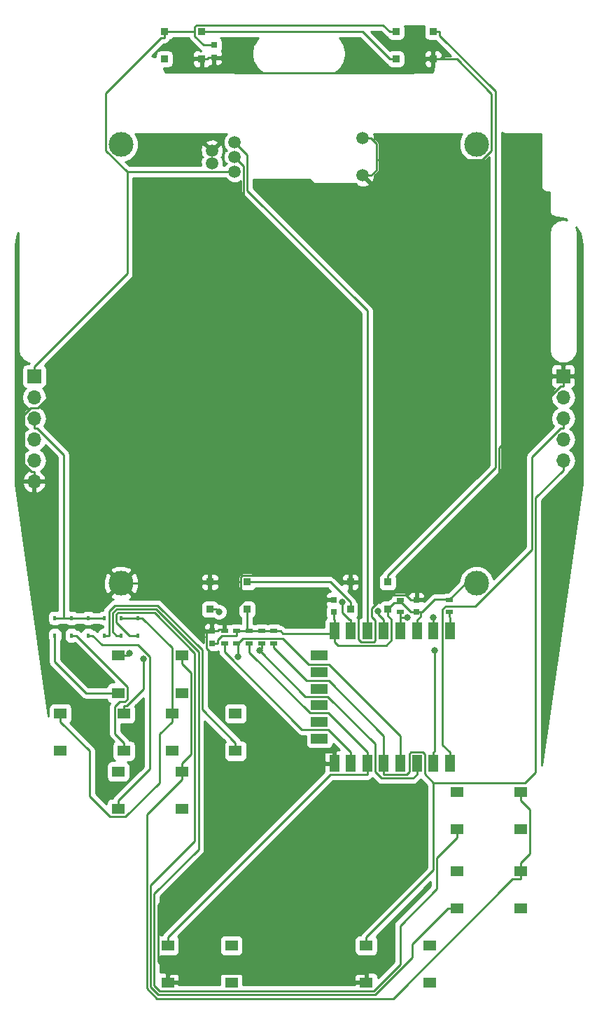
<source format=gtl>
G04 #@! TF.GenerationSoftware,KiCad,Pcbnew,(2017-07-14 revision d3b382c28)-master*
G04 #@! TF.CreationDate,2017-08-01T03:09:18-04:00*
G04 #@! TF.ProjectId,MAGLabs-2017-Swadges,4D41474C6162732D323031372D537761,rev?*
G04 #@! TF.SameCoordinates,Original
G04 #@! TF.FileFunction,Copper,L1,Top,Signal*
G04 #@! TF.FilePolarity,Positive*
%FSLAX46Y46*%
G04 Gerber Fmt 4.6, Leading zero omitted, Abs format (unit mm)*
G04 Created by KiCad (PCBNEW (2017-07-14 revision d3b382c28)-master) date Tue Aug  1 03:09:18 2017*
%MOMM*%
%LPD*%
G01*
G04 APERTURE LIST*
%ADD10C,1.500000*%
%ADD11R,0.900000X0.900000*%
%ADD12R,1.200000X2.000000*%
%ADD13R,2.000000X1.200000*%
%ADD14O,1.700000X1.700000*%
%ADD15R,1.700000X1.700000*%
%ADD16R,1.550000X1.300000*%
%ADD17R,0.900000X0.500000*%
%ADD18R,0.750000X0.800000*%
%ADD19R,0.450000X0.600000*%
%ADD20C,3.000000*%
%ADD21C,0.800000*%
%ADD22C,0.250000*%
%ADD23C,0.254000*%
G04 APERTURE END LIST*
D10*
X125500000Y-50750000D03*
X125500000Y-52250000D03*
X143750000Y-53750000D03*
X143750000Y-49250000D03*
X128250000Y-49750000D03*
X128250000Y-51500000D03*
X128250000Y-53250000D03*
D11*
X129750000Y-106150000D03*
X125250000Y-106150000D03*
X129750000Y-102850000D03*
X125250000Y-102850000D03*
D12*
X154300000Y-124750000D03*
X152300000Y-124750000D03*
X150300000Y-124750000D03*
X148300000Y-124750000D03*
X146300000Y-124750000D03*
X144300000Y-124750000D03*
X142300000Y-124750000D03*
X140300000Y-124750000D03*
X154300000Y-108750000D03*
X152300000Y-108750000D03*
X150300000Y-108750000D03*
X148300000Y-108750000D03*
X146300000Y-108750000D03*
X144300000Y-108750000D03*
X142300000Y-108750000D03*
X140300000Y-108750000D03*
D13*
X138500000Y-111750000D03*
X138500000Y-113750000D03*
X138500000Y-115750000D03*
X138500000Y-121750000D03*
X138500000Y-119750000D03*
X138500000Y-117750000D03*
D14*
X104000000Y-90700000D03*
X104000000Y-88160000D03*
X104000000Y-85620000D03*
X104000000Y-83080000D03*
X104000000Y-80540000D03*
D15*
X104000000Y-78000000D03*
D16*
X155150000Y-137750000D03*
X162850000Y-137750000D03*
X162850000Y-142250000D03*
X155150000Y-142250000D03*
X155150000Y-128250000D03*
X162850000Y-128250000D03*
X162850000Y-132750000D03*
X155150000Y-132750000D03*
X144150000Y-146750000D03*
X151850000Y-146750000D03*
X151850000Y-151250000D03*
X144150000Y-151250000D03*
X120150000Y-146750000D03*
X127850000Y-146750000D03*
X127850000Y-151250000D03*
X120150000Y-151250000D03*
X120650000Y-118750000D03*
X128350000Y-118750000D03*
X128350000Y-123250000D03*
X120650000Y-123250000D03*
X114150000Y-125750000D03*
X121850000Y-125750000D03*
X121850000Y-130250000D03*
X114150000Y-130250000D03*
X107150000Y-118750000D03*
X114850000Y-118750000D03*
X114850000Y-123250000D03*
X107150000Y-123250000D03*
X114150000Y-111750000D03*
X121850000Y-111750000D03*
X121850000Y-116250000D03*
X114150000Y-116250000D03*
D17*
X131500000Y-108750000D03*
X131500000Y-110250000D03*
X127000000Y-110250000D03*
X127000000Y-108750000D03*
X128500000Y-110250000D03*
X128500000Y-108750000D03*
D18*
X140250000Y-106500000D03*
X140250000Y-105000000D03*
X125500000Y-108750000D03*
X125500000Y-110250000D03*
X125750000Y-38000000D03*
X125750000Y-39500000D03*
X150250000Y-105000000D03*
X150250000Y-106500000D03*
D19*
X106500000Y-109300000D03*
X106500000Y-107200000D03*
X108500000Y-109300000D03*
X108500000Y-107200000D03*
X110500000Y-109300000D03*
X110500000Y-107200000D03*
D11*
X142250000Y-102850000D03*
X146750000Y-102850000D03*
X142250000Y-106150000D03*
X146750000Y-106150000D03*
X147750000Y-36350000D03*
X152250000Y-36350000D03*
X147750000Y-39650000D03*
X152250000Y-39650000D03*
X124250000Y-39650000D03*
X119750000Y-39650000D03*
X124250000Y-36350000D03*
X119750000Y-36350000D03*
D19*
X112500000Y-109300000D03*
X112500000Y-107200000D03*
X114500000Y-107200000D03*
X114500000Y-109300000D03*
X116500000Y-107200000D03*
X116500000Y-109300000D03*
D14*
X168000000Y-88160000D03*
X168000000Y-85620000D03*
X168000000Y-83080000D03*
X168000000Y-80540000D03*
D15*
X168000000Y-78000000D03*
D17*
X154250000Y-106500000D03*
X154250000Y-105000000D03*
X130000000Y-110250000D03*
X130000000Y-108750000D03*
X133000000Y-108750000D03*
X133000000Y-110250000D03*
D20*
X157500000Y-50000000D03*
X157500000Y-103000000D03*
X114500000Y-50000000D03*
X114500000Y-103000000D03*
D17*
X148250000Y-106500000D03*
X148250000Y-105000000D03*
D21*
X149168500Y-107136900D03*
X152426900Y-111098700D03*
X126324100Y-106452800D03*
X141222300Y-105314300D03*
X145571700Y-106351100D03*
X152238800Y-107115800D03*
X131237700Y-111098100D03*
X115531500Y-111464800D03*
X128674100Y-111921500D03*
X117205400Y-112133300D03*
D22*
X140250000Y-107378700D02*
X140300000Y-107428700D01*
X140250000Y-106500000D02*
X140250000Y-107378700D01*
X125750000Y-38000000D02*
X125053700Y-38000000D01*
X147750000Y-36350000D02*
X146978700Y-36350000D01*
X126740500Y-109321300D02*
X128500000Y-109321300D01*
X126196300Y-109865500D02*
X126740500Y-109321300D01*
X126196300Y-110250000D02*
X126196300Y-109865500D01*
X125500000Y-110250000D02*
X126196300Y-110250000D01*
X128500000Y-108750000D02*
X128500000Y-109321300D01*
X129750000Y-106150000D02*
X129750000Y-106921300D01*
X129750000Y-108750000D02*
X129750000Y-106921300D01*
X129750000Y-108750000D02*
X128500000Y-108750000D01*
X140300000Y-108699000D02*
X140300000Y-107428700D01*
X140300000Y-108699000D02*
X140300000Y-108750000D01*
X146750000Y-106150000D02*
X146750000Y-106921300D01*
X148250000Y-105000000D02*
X148250000Y-105368500D01*
X150250000Y-106500000D02*
X149553700Y-106500000D01*
X148422200Y-105368500D02*
X148250000Y-105368500D01*
X149553700Y-106500000D02*
X148422200Y-105368500D01*
X147531500Y-105368500D02*
X146750000Y-106150000D01*
X148250000Y-105368500D02*
X147531500Y-105368500D01*
X123438600Y-36937300D02*
X123438600Y-36350000D01*
X124501300Y-38000000D02*
X123438600Y-36937300D01*
X125053700Y-38000000D02*
X124501300Y-38000000D01*
X146207400Y-35578700D02*
X146978700Y-36350000D01*
X123631400Y-35578700D02*
X146207400Y-35578700D01*
X123438600Y-35771500D02*
X123631400Y-35578700D01*
X123438600Y-36350000D02*
X123438600Y-35771500D01*
X123438600Y-36350000D02*
X119750000Y-36350000D01*
X119750000Y-36350000D02*
X119750000Y-37121300D01*
X115230100Y-65598600D02*
X104000000Y-76828700D01*
X115230100Y-53326100D02*
X115230100Y-65598600D01*
X112638800Y-50734800D02*
X115230100Y-53326100D01*
X112638800Y-43846900D02*
X112638800Y-50734800D01*
X119364400Y-37121300D02*
X112638800Y-43846900D01*
X119750000Y-37121300D02*
X119364400Y-37121300D01*
X128173900Y-53326100D02*
X128250000Y-53250000D01*
X115230100Y-53326100D02*
X128173900Y-53326100D01*
X104000000Y-78000000D02*
X104000000Y-76828700D01*
X131500000Y-108750000D02*
X133000000Y-108750000D01*
X140300000Y-108750000D02*
X140300000Y-109048300D01*
X140300000Y-109048300D02*
X140300000Y-110071300D01*
X134069600Y-109048300D02*
X133771300Y-108750000D01*
X140300000Y-109048300D02*
X134069600Y-109048300D01*
X133000000Y-108750000D02*
X133771300Y-108750000D01*
X129750000Y-108750000D02*
X130000000Y-108750000D01*
X130000000Y-108750000D02*
X131500000Y-108750000D01*
X147221400Y-107392700D02*
X146750000Y-106921300D01*
X147221400Y-109889100D02*
X147221400Y-107392700D01*
X146592900Y-110517600D02*
X147221400Y-109889100D01*
X140746300Y-110517600D02*
X146592900Y-110517600D01*
X140300000Y-110071300D02*
X140746300Y-110517600D01*
X154250000Y-105000000D02*
X154250000Y-104968400D01*
X152477900Y-104968400D02*
X150946300Y-106500000D01*
X154250000Y-104968400D02*
X152477900Y-104968400D01*
X150250000Y-106500000D02*
X150714300Y-106500000D01*
X150714300Y-106500000D02*
X150946300Y-106500000D01*
X150714300Y-107014400D02*
X150300000Y-107428700D01*
X150714300Y-106500000D02*
X150714300Y-107014400D01*
X150300000Y-108750000D02*
X150300000Y-107428700D01*
X156218400Y-103000000D02*
X154250000Y-104968400D01*
X157500000Y-103000000D02*
X156218400Y-103000000D01*
X125021300Y-39532400D02*
X125053700Y-39500000D01*
X125021300Y-39650000D02*
X125021300Y-39532400D01*
X124250000Y-39650000D02*
X125021300Y-39650000D01*
X125401900Y-39500000D02*
X125053700Y-39500000D01*
X125401900Y-39500000D02*
X125750000Y-39500000D01*
X120150000Y-151250000D02*
X120150000Y-150390300D01*
X144150000Y-151250000D02*
X144150000Y-150278700D01*
X129321400Y-52571400D02*
X128250000Y-51500000D01*
X129321400Y-56964000D02*
X129321400Y-52571400D01*
X104475400Y-81810000D02*
X129321400Y-56964000D01*
X103601700Y-81810000D02*
X104475400Y-81810000D01*
X102782500Y-82629200D02*
X103601700Y-81810000D01*
X102782500Y-88604000D02*
X102782500Y-82629200D01*
X103707200Y-89528700D02*
X102782500Y-88604000D01*
X104000000Y-89528700D02*
X103707200Y-89528700D01*
X104000000Y-90700000D02*
X104000000Y-89528700D01*
X145388000Y-49869700D02*
X145388000Y-51840400D01*
X144768300Y-49250000D02*
X145388000Y-49869700D01*
X143750000Y-49250000D02*
X144768300Y-49250000D01*
X144762600Y-53750000D02*
X143750000Y-53750000D01*
X145388000Y-53124600D02*
X144762600Y-53750000D01*
X145388000Y-51840400D02*
X145388000Y-53124600D01*
X140300000Y-124750000D02*
X140300000Y-123428700D01*
X137393500Y-123428700D02*
X140300000Y-123428700D01*
X143994200Y-150122900D02*
X120417400Y-150122900D01*
X144150000Y-150278700D02*
X143994200Y-150122900D01*
X120150000Y-150390300D02*
X120417400Y-150122900D01*
X119002000Y-141820200D02*
X137393500Y-123428700D01*
X119002000Y-148707500D02*
X119002000Y-141820200D01*
X120417400Y-150122900D02*
X119002000Y-148707500D01*
X141864400Y-102850000D02*
X141478700Y-102850000D01*
X141864400Y-102850000D02*
X142250000Y-102850000D01*
X142250000Y-102850000D02*
X142250000Y-103621300D01*
X150250000Y-105000000D02*
X149553700Y-105000000D01*
X124803700Y-110838900D02*
X137393500Y-123428700D01*
X124803700Y-108750000D02*
X124803700Y-110838900D01*
X125500000Y-108750000D02*
X124803700Y-108750000D01*
X168000000Y-78000000D02*
X168000000Y-79171300D01*
X167707200Y-79171300D02*
X168000000Y-79171300D01*
X160228300Y-86650200D02*
X167707200Y-79171300D01*
X160228300Y-93169800D02*
X160228300Y-86650200D01*
X148975900Y-104422200D02*
X160228300Y-93169800D01*
X146453800Y-104422200D02*
X148975900Y-104422200D01*
X144808400Y-106067600D02*
X146453800Y-104422200D01*
X144808400Y-107062700D02*
X144808400Y-106067600D01*
X145242100Y-107496400D02*
X144808400Y-107062700D01*
X145242100Y-109906800D02*
X145242100Y-107496400D01*
X145077600Y-110071300D02*
X145242100Y-109906800D01*
X143542100Y-110071300D02*
X145077600Y-110071300D01*
X143221400Y-109750600D02*
X143542100Y-110071300D01*
X143221400Y-104592700D02*
X143221400Y-109750600D01*
X142250000Y-103621300D02*
X143221400Y-104592700D01*
X148975900Y-104422200D02*
X149553700Y-105000000D01*
X127000000Y-108750000D02*
X127000000Y-108604400D01*
X125500000Y-108750000D02*
X126196300Y-108750000D01*
X155110500Y-39650000D02*
X152250000Y-39650000D01*
X159335500Y-43875000D02*
X155110500Y-39650000D01*
X159335500Y-50743200D02*
X159335500Y-43875000D01*
X158238300Y-51840400D02*
X159335500Y-50743200D01*
X145388000Y-51840400D02*
X158238300Y-51840400D01*
X128290500Y-41344200D02*
X126446300Y-39500000D01*
X149784500Y-41344200D02*
X128290500Y-41344200D01*
X151478700Y-39650000D02*
X149784500Y-41344200D01*
X152250000Y-39650000D02*
X151478700Y-39650000D01*
X125750000Y-39500000D02*
X126446300Y-39500000D01*
X124328700Y-103000000D02*
X124478700Y-102850000D01*
X114500000Y-103000000D02*
X124328700Y-103000000D01*
X125250000Y-102850000D02*
X124478700Y-102850000D01*
X128978700Y-102266900D02*
X128978700Y-102850000D01*
X129166900Y-102078700D02*
X128978700Y-102266900D01*
X140707400Y-102078700D02*
X129166900Y-102078700D01*
X141478700Y-102850000D02*
X140707400Y-102078700D01*
X128978700Y-102850000D02*
X125250000Y-102850000D01*
X126341900Y-108604400D02*
X126196300Y-108750000D01*
X127000000Y-108604400D02*
X126341900Y-108604400D01*
X128978700Y-103762900D02*
X129844900Y-104629100D01*
X128978700Y-102850000D02*
X128978700Y-103762900D01*
X139182800Y-104629100D02*
X139553700Y-105000000D01*
X129844900Y-104629100D02*
X139182800Y-104629100D01*
X127000000Y-107474000D02*
X129844900Y-104629100D01*
X127000000Y-108604400D02*
X127000000Y-107474000D01*
X140250000Y-105000000D02*
X139553700Y-105000000D01*
X110250000Y-116250000D02*
X114150000Y-116250000D01*
X106500000Y-112500000D02*
X110250000Y-116250000D01*
X106500000Y-109300000D02*
X106500000Y-112500000D01*
X108500000Y-107200000D02*
X110500000Y-107200000D01*
X110500000Y-107200000D02*
X112500000Y-107200000D01*
X106500000Y-107200000D02*
X107574100Y-107200000D01*
X107574100Y-107200000D02*
X108500000Y-107200000D01*
X104364000Y-84251300D02*
X104000000Y-84251300D01*
X107574100Y-87461400D02*
X104364000Y-84251300D01*
X107574100Y-107200000D02*
X107574100Y-87461400D01*
X104000000Y-83080000D02*
X104000000Y-84251300D01*
X148300000Y-108750000D02*
X148300000Y-107428700D01*
X148250000Y-106500000D02*
X148250000Y-107071300D01*
X148300000Y-107136900D02*
X149168500Y-107136900D01*
X148300000Y-107121300D02*
X148300000Y-107136900D01*
X148250000Y-107071300D02*
X148300000Y-107121300D01*
X148300000Y-107136900D02*
X148300000Y-107428700D01*
X117980000Y-125448700D02*
X114150000Y-129278700D01*
X117980000Y-111882500D02*
X117980000Y-125448700D01*
X116557300Y-110459800D02*
X117980000Y-111882500D01*
X112206100Y-110459800D02*
X116557300Y-110459800D01*
X111046300Y-109300000D02*
X112206100Y-110459800D01*
X110500000Y-109300000D02*
X111046300Y-109300000D01*
X114150000Y-130250000D02*
X114150000Y-129278700D01*
X152426900Y-123301800D02*
X152300000Y-123428700D01*
X152426900Y-111098700D02*
X152426900Y-123301800D01*
X152300000Y-124750000D02*
X152300000Y-123428700D01*
X125250000Y-106150000D02*
X126021300Y-106150000D01*
X126324100Y-106452800D02*
X126021300Y-106150000D01*
X139792200Y-102850000D02*
X129750000Y-102850000D01*
X142250000Y-105307800D02*
X139792200Y-102850000D01*
X142250000Y-106150000D02*
X142250000Y-105307800D01*
X153021300Y-36832500D02*
X153021300Y-36350000D01*
X159781900Y-43593100D02*
X153021300Y-36832500D01*
X159781900Y-89046800D02*
X159781900Y-43593100D01*
X146750000Y-102078700D02*
X159781900Y-89046800D01*
X152250000Y-36350000D02*
X153021300Y-36350000D01*
X146750000Y-102850000D02*
X146750000Y-102078700D01*
X143678700Y-36350000D02*
X146978700Y-39650000D01*
X125021300Y-36350000D02*
X143678700Y-36350000D01*
X124250000Y-36350000D02*
X125021300Y-36350000D01*
X147750000Y-39650000D02*
X146978700Y-39650000D01*
X114500000Y-107200000D02*
X116500000Y-107200000D01*
X116500000Y-107200000D02*
X117046300Y-107200000D01*
X120650000Y-110803700D02*
X117046300Y-107200000D01*
X120650000Y-117778700D02*
X120650000Y-110803700D01*
X120650000Y-118264300D02*
X120650000Y-117778700D01*
X120650000Y-118264300D02*
X120650000Y-118750000D01*
X110678600Y-123249900D02*
X107150000Y-119721300D01*
X110678600Y-128727100D02*
X110678600Y-123249900D01*
X113172900Y-131221400D02*
X110678600Y-128727100D01*
X115058500Y-131221400D02*
X113172900Y-131221400D01*
X119147900Y-127132000D02*
X115058500Y-131221400D01*
X119147900Y-121223400D02*
X119147900Y-127132000D01*
X120650000Y-119721300D02*
X119147900Y-121223400D01*
X120650000Y-118750000D02*
X120650000Y-119721300D01*
X107150000Y-118750000D02*
X107150000Y-119721300D01*
X114500000Y-109300000D02*
X113953700Y-109300000D01*
X155150000Y-132750000D02*
X155150000Y-133721300D01*
X113507400Y-108853700D02*
X113953700Y-109300000D01*
X113507400Y-106559600D02*
X113507400Y-108853700D01*
X113959700Y-106107300D02*
X113507400Y-106559600D01*
X118726700Y-106107300D02*
X113959700Y-106107300D01*
X123864900Y-111245500D02*
X118726700Y-106107300D01*
X123864900Y-135151200D02*
X123864900Y-111245500D01*
X118527400Y-140488700D02*
X123864900Y-135151200D01*
X118527400Y-151572300D02*
X118527400Y-140488700D01*
X119192400Y-152237300D02*
X118527400Y-151572300D01*
X145043300Y-152237300D02*
X119192400Y-152237300D01*
X148257500Y-149023100D02*
X145043300Y-152237300D01*
X148257500Y-144354800D02*
X148257500Y-149023100D01*
X152730200Y-139882100D02*
X148257500Y-144354800D01*
X152730200Y-136141100D02*
X152730200Y-139882100D01*
X155150000Y-133721300D02*
X152730200Y-136141100D01*
X149728800Y-146574900D02*
X154053700Y-142250000D01*
X149728800Y-148200400D02*
X149728800Y-146574900D01*
X145201600Y-152727600D02*
X149728800Y-148200400D01*
X119018300Y-152727600D02*
X145201600Y-152727600D01*
X118074600Y-151783900D02*
X119018300Y-152727600D01*
X118074600Y-139459300D02*
X118074600Y-151783900D01*
X123418600Y-134115300D02*
X118074600Y-139459300D01*
X123418600Y-111430400D02*
X123418600Y-134115300D01*
X118541800Y-106553600D02*
X123418600Y-111430400D01*
X114144600Y-106553600D02*
X118541800Y-106553600D01*
X113953700Y-106744500D02*
X114144600Y-106553600D01*
X113953700Y-107702300D02*
X113953700Y-106744500D01*
X115551400Y-109300000D02*
X113953700Y-107702300D01*
X116500000Y-109300000D02*
X115551400Y-109300000D01*
X155150000Y-142250000D02*
X154053700Y-142250000D01*
X142069700Y-107428700D02*
X142300000Y-107428700D01*
X141222300Y-106581300D02*
X142069700Y-107428700D01*
X141222300Y-105314300D02*
X141222300Y-106581300D01*
X142300000Y-108750000D02*
X142300000Y-107428700D01*
X146300000Y-108750000D02*
X146300000Y-107428700D01*
X145571700Y-106700400D02*
X145571700Y-106351100D01*
X146300000Y-107428700D02*
X145571700Y-106700400D01*
X152300000Y-108750000D02*
X152300000Y-107428700D01*
X152238800Y-107367500D02*
X152238800Y-107115800D01*
X152300000Y-107428700D02*
X152238800Y-107367500D01*
X133000000Y-110250000D02*
X133000000Y-110821300D01*
X146299900Y-123428700D02*
X146300000Y-123428700D01*
X146299900Y-121428600D02*
X146299900Y-123428700D01*
X139621300Y-114750000D02*
X146299900Y-121428600D01*
X136928700Y-114750000D02*
X139621300Y-114750000D01*
X133000000Y-110821300D02*
X136928700Y-114750000D01*
X146300000Y-124750000D02*
X146300000Y-123428700D01*
X168000000Y-88160000D02*
X168000000Y-89331300D01*
X146300000Y-124750000D02*
X146300000Y-126071300D01*
X144150000Y-146750000D02*
X144150000Y-145778700D01*
X163374100Y-127104200D02*
X152283800Y-127104200D01*
X164668600Y-125809700D02*
X163374100Y-127104200D01*
X164668600Y-92662700D02*
X164668600Y-125809700D01*
X168000000Y-89331300D02*
X164668600Y-92662700D01*
X151221300Y-126041700D02*
X152283800Y-127104200D01*
X151221300Y-123616900D02*
X151221300Y-126041700D01*
X151033100Y-123428700D02*
X151221300Y-123616900D01*
X149566900Y-123428700D02*
X151033100Y-123428700D01*
X149378700Y-123616900D02*
X149566900Y-123428700D01*
X149378700Y-125771400D02*
X149378700Y-123616900D01*
X149078800Y-126071300D02*
X149378700Y-125771400D01*
X146300000Y-126071300D02*
X149078800Y-126071300D01*
X152283800Y-137644900D02*
X144150000Y-145778700D01*
X152283800Y-127104200D02*
X152283800Y-137644900D01*
X153378700Y-122507400D02*
X154300000Y-123428700D01*
X153378700Y-106123700D02*
X153378700Y-122507400D01*
X153752400Y-105750000D02*
X153378700Y-106123700D01*
X157365700Y-105750000D02*
X153752400Y-105750000D01*
X164222200Y-98893500D02*
X157365700Y-105750000D01*
X164222200Y-87736300D02*
X164222200Y-98893500D01*
X167707200Y-84251300D02*
X164222200Y-87736300D01*
X168000000Y-84251300D02*
X167707200Y-84251300D01*
X168000000Y-83080000D02*
X168000000Y-84251300D01*
X154300000Y-124750000D02*
X154300000Y-123428700D01*
X154300000Y-107121300D02*
X154300000Y-108750000D01*
X154250000Y-107071300D02*
X154300000Y-107121300D01*
X154250000Y-106500000D02*
X154250000Y-107071300D01*
X129778700Y-51278700D02*
X128250000Y-49750000D01*
X129778700Y-55539800D02*
X129778700Y-51278700D01*
X144300000Y-70061100D02*
X129778700Y-55539800D01*
X144300000Y-108750000D02*
X144300000Y-70061100D01*
X114150000Y-111750000D02*
X115246300Y-111750000D01*
X131500000Y-110250000D02*
X131500000Y-110821300D01*
X131237700Y-111083600D02*
X131237700Y-111098100D01*
X131500000Y-110821300D02*
X131237700Y-111083600D01*
X149807400Y-126563900D02*
X150300000Y-126071300D01*
X146043200Y-126563900D02*
X149807400Y-126563900D01*
X145221400Y-125742100D02*
X146043200Y-126563900D01*
X145221400Y-122368600D02*
X145221400Y-125742100D01*
X139524200Y-116671400D02*
X145221400Y-122368600D01*
X136811000Y-116671400D02*
X139524200Y-116671400D01*
X131237700Y-111098100D02*
X136811000Y-116671400D01*
X150300000Y-124750000D02*
X150300000Y-126071300D01*
X115531500Y-111464800D02*
X115246300Y-111750000D01*
X114850000Y-118750000D02*
X114850000Y-117778700D01*
X115214200Y-117778700D02*
X114850000Y-117778700D01*
X117205400Y-115787500D02*
X115214200Y-117778700D01*
X117205400Y-112133300D02*
X117205400Y-115787500D01*
X128674100Y-110250000D02*
X128500000Y-110250000D01*
X129245600Y-109678500D02*
X128674100Y-110250000D01*
X134068500Y-109678500D02*
X129245600Y-109678500D01*
X137218600Y-112828600D02*
X134068500Y-109678500D01*
X139690000Y-112828600D02*
X137218600Y-112828600D01*
X148300000Y-121438600D02*
X139690000Y-112828600D01*
X148300000Y-124750000D02*
X148300000Y-121438600D01*
X128674100Y-110250000D02*
X128674100Y-111921500D01*
X139857400Y-126071300D02*
X120150000Y-145778700D01*
X144300000Y-126071300D02*
X139857400Y-126071300D01*
X144300000Y-124750000D02*
X144300000Y-126071300D01*
X120150000Y-146750000D02*
X120150000Y-145778700D01*
X139542700Y-118671400D02*
X144300000Y-123428700D01*
X137333500Y-118671400D02*
X139542700Y-118671400D01*
X130000000Y-111337900D02*
X137333500Y-118671400D01*
X130000000Y-110250000D02*
X130000000Y-111337900D01*
X144300000Y-124750000D02*
X144300000Y-123428700D01*
X113753600Y-121182300D02*
X114850000Y-122278700D01*
X113753600Y-117909700D02*
X113753600Y-121182300D01*
X114330900Y-117332400D02*
X113753600Y-117909700D01*
X114951600Y-117332400D02*
X114330900Y-117332400D01*
X115276700Y-117007300D02*
X114951600Y-117332400D01*
X115276700Y-115496600D02*
X115276700Y-117007300D01*
X109080100Y-109300000D02*
X115276700Y-115496600D01*
X108500000Y-109300000D02*
X109080100Y-109300000D01*
X114850000Y-123250000D02*
X114850000Y-122278700D01*
X112500000Y-109300000D02*
X113046300Y-109300000D01*
X128350000Y-123250000D02*
X128350000Y-122278700D01*
X113046300Y-106389500D02*
X113046300Y-109300000D01*
X113774800Y-105661000D02*
X113046300Y-106389500D01*
X118911600Y-105661000D02*
X113774800Y-105661000D01*
X124311200Y-111060600D02*
X118911600Y-105661000D01*
X124311200Y-118239900D02*
X124311200Y-111060600D01*
X128350000Y-122278700D02*
X124311200Y-118239900D01*
X162850000Y-138235600D02*
X162850000Y-138721300D01*
X162850000Y-138235600D02*
X162850000Y-137750000D01*
X163946400Y-130317700D02*
X162850000Y-129221300D01*
X163946400Y-135682300D02*
X163946400Y-130317700D01*
X162850000Y-136778700D02*
X163946400Y-135682300D01*
X162850000Y-137750000D02*
X162850000Y-136778700D01*
X162850000Y-128250000D02*
X162850000Y-129221300D01*
X121850000Y-125750000D02*
X121850000Y-126721300D01*
X122946400Y-123682300D02*
X121850000Y-124778700D01*
X122946400Y-113817700D02*
X122946400Y-123682300D01*
X121850000Y-112721300D02*
X122946400Y-113817700D01*
X121850000Y-111750000D02*
X121850000Y-112721300D01*
X121850000Y-125750000D02*
X121850000Y-124778700D01*
X161878700Y-138721300D02*
X162850000Y-138721300D01*
X147426100Y-153173900D02*
X161878700Y-138721300D01*
X118833400Y-153173900D02*
X147426100Y-153173900D01*
X117628300Y-151968800D02*
X118833400Y-153173900D01*
X117628300Y-130943000D02*
X117628300Y-151968800D01*
X121850000Y-126721300D02*
X117628300Y-130943000D01*
X142300000Y-124750000D02*
X142300000Y-123428700D01*
X139545500Y-120674200D02*
X142300000Y-123428700D01*
X136378300Y-120674200D02*
X139545500Y-120674200D01*
X127000000Y-111295900D02*
X136378300Y-120674200D01*
X127000000Y-110250000D02*
X127000000Y-111295900D01*
D23*
G36*
X145505799Y-127101301D02*
X145752361Y-127266048D01*
X146043200Y-127323900D01*
X149807400Y-127323900D01*
X150098239Y-127266048D01*
X150344801Y-127101301D01*
X150775450Y-126670652D01*
X151523800Y-127419002D01*
X151523800Y-137330098D01*
X143612599Y-145241299D01*
X143471439Y-145452560D01*
X143375000Y-145452560D01*
X143127235Y-145501843D01*
X142917191Y-145642191D01*
X142776843Y-145852235D01*
X142727560Y-146100000D01*
X142727560Y-147400000D01*
X142776843Y-147647765D01*
X142917191Y-147857809D01*
X143127235Y-147998157D01*
X143375000Y-148047440D01*
X144925000Y-148047440D01*
X145172765Y-147998157D01*
X145382809Y-147857809D01*
X145523157Y-147647765D01*
X145572440Y-147400000D01*
X145572440Y-146100000D01*
X145523157Y-145852235D01*
X145382809Y-145642191D01*
X145369922Y-145633580D01*
X151970200Y-139033302D01*
X151970200Y-139567298D01*
X147720099Y-143817399D01*
X147555352Y-144063961D01*
X147497500Y-144354800D01*
X147497500Y-148708298D01*
X145560000Y-150645798D01*
X145560000Y-150473690D01*
X145463327Y-150240301D01*
X145284698Y-150061673D01*
X145051309Y-149965000D01*
X144435750Y-149965000D01*
X144277000Y-150123750D01*
X144277000Y-151123000D01*
X144297000Y-151123000D01*
X144297000Y-151377000D01*
X144277000Y-151377000D01*
X144277000Y-151397000D01*
X144023000Y-151397000D01*
X144023000Y-151377000D01*
X142898750Y-151377000D01*
X142798450Y-151477300D01*
X129272440Y-151477300D01*
X129272440Y-150600000D01*
X129247316Y-150473690D01*
X142740000Y-150473690D01*
X142740000Y-150964250D01*
X142898750Y-151123000D01*
X144023000Y-151123000D01*
X144023000Y-150123750D01*
X143864250Y-149965000D01*
X143248691Y-149965000D01*
X143015302Y-150061673D01*
X142836673Y-150240301D01*
X142740000Y-150473690D01*
X129247316Y-150473690D01*
X129223157Y-150352235D01*
X129082809Y-150142191D01*
X128872765Y-150001843D01*
X128625000Y-149952560D01*
X127075000Y-149952560D01*
X126827235Y-150001843D01*
X126617191Y-150142191D01*
X126476843Y-150352235D01*
X126427560Y-150600000D01*
X126427560Y-151477300D01*
X121501550Y-151477300D01*
X121401250Y-151377000D01*
X120277000Y-151377000D01*
X120277000Y-151397000D01*
X120023000Y-151397000D01*
X120023000Y-151377000D01*
X120003000Y-151377000D01*
X120003000Y-151123000D01*
X120023000Y-151123000D01*
X120023000Y-150123750D01*
X120277000Y-150123750D01*
X120277000Y-151123000D01*
X121401250Y-151123000D01*
X121560000Y-150964250D01*
X121560000Y-150473690D01*
X121463327Y-150240301D01*
X121284698Y-150061673D01*
X121051309Y-149965000D01*
X120435750Y-149965000D01*
X120277000Y-150123750D01*
X120023000Y-150123750D01*
X119864250Y-149965000D01*
X119287400Y-149965000D01*
X119287400Y-148030015D01*
X119375000Y-148047440D01*
X120925000Y-148047440D01*
X121172765Y-147998157D01*
X121382809Y-147857809D01*
X121523157Y-147647765D01*
X121572440Y-147400000D01*
X121572440Y-146100000D01*
X126427560Y-146100000D01*
X126427560Y-147400000D01*
X126476843Y-147647765D01*
X126617191Y-147857809D01*
X126827235Y-147998157D01*
X127075000Y-148047440D01*
X128625000Y-148047440D01*
X128872765Y-147998157D01*
X129082809Y-147857809D01*
X129223157Y-147647765D01*
X129272440Y-147400000D01*
X129272440Y-146100000D01*
X129223157Y-145852235D01*
X129082809Y-145642191D01*
X128872765Y-145501843D01*
X128625000Y-145452560D01*
X127075000Y-145452560D01*
X126827235Y-145501843D01*
X126617191Y-145642191D01*
X126476843Y-145852235D01*
X126427560Y-146100000D01*
X121572440Y-146100000D01*
X121523157Y-145852235D01*
X121382809Y-145642191D01*
X121369922Y-145633580D01*
X140172202Y-126831300D01*
X144300000Y-126831300D01*
X144590839Y-126773448D01*
X144837401Y-126608701D01*
X144907816Y-126503318D01*
X145505799Y-127101301D01*
X145505799Y-127101301D01*
G37*
X145505799Y-127101301D02*
X145752361Y-127266048D01*
X146043200Y-127323900D01*
X149807400Y-127323900D01*
X150098239Y-127266048D01*
X150344801Y-127101301D01*
X150775450Y-126670652D01*
X151523800Y-127419002D01*
X151523800Y-137330098D01*
X143612599Y-145241299D01*
X143471439Y-145452560D01*
X143375000Y-145452560D01*
X143127235Y-145501843D01*
X142917191Y-145642191D01*
X142776843Y-145852235D01*
X142727560Y-146100000D01*
X142727560Y-147400000D01*
X142776843Y-147647765D01*
X142917191Y-147857809D01*
X143127235Y-147998157D01*
X143375000Y-148047440D01*
X144925000Y-148047440D01*
X145172765Y-147998157D01*
X145382809Y-147857809D01*
X145523157Y-147647765D01*
X145572440Y-147400000D01*
X145572440Y-146100000D01*
X145523157Y-145852235D01*
X145382809Y-145642191D01*
X145369922Y-145633580D01*
X151970200Y-139033302D01*
X151970200Y-139567298D01*
X147720099Y-143817399D01*
X147555352Y-144063961D01*
X147497500Y-144354800D01*
X147497500Y-148708298D01*
X145560000Y-150645798D01*
X145560000Y-150473690D01*
X145463327Y-150240301D01*
X145284698Y-150061673D01*
X145051309Y-149965000D01*
X144435750Y-149965000D01*
X144277000Y-150123750D01*
X144277000Y-151123000D01*
X144297000Y-151123000D01*
X144297000Y-151377000D01*
X144277000Y-151377000D01*
X144277000Y-151397000D01*
X144023000Y-151397000D01*
X144023000Y-151377000D01*
X142898750Y-151377000D01*
X142798450Y-151477300D01*
X129272440Y-151477300D01*
X129272440Y-150600000D01*
X129247316Y-150473690D01*
X142740000Y-150473690D01*
X142740000Y-150964250D01*
X142898750Y-151123000D01*
X144023000Y-151123000D01*
X144023000Y-150123750D01*
X143864250Y-149965000D01*
X143248691Y-149965000D01*
X143015302Y-150061673D01*
X142836673Y-150240301D01*
X142740000Y-150473690D01*
X129247316Y-150473690D01*
X129223157Y-150352235D01*
X129082809Y-150142191D01*
X128872765Y-150001843D01*
X128625000Y-149952560D01*
X127075000Y-149952560D01*
X126827235Y-150001843D01*
X126617191Y-150142191D01*
X126476843Y-150352235D01*
X126427560Y-150600000D01*
X126427560Y-151477300D01*
X121501550Y-151477300D01*
X121401250Y-151377000D01*
X120277000Y-151377000D01*
X120277000Y-151397000D01*
X120023000Y-151397000D01*
X120023000Y-151377000D01*
X120003000Y-151377000D01*
X120003000Y-151123000D01*
X120023000Y-151123000D01*
X120023000Y-150123750D01*
X120277000Y-150123750D01*
X120277000Y-151123000D01*
X121401250Y-151123000D01*
X121560000Y-150964250D01*
X121560000Y-150473690D01*
X121463327Y-150240301D01*
X121284698Y-150061673D01*
X121051309Y-149965000D01*
X120435750Y-149965000D01*
X120277000Y-150123750D01*
X120023000Y-150123750D01*
X119864250Y-149965000D01*
X119287400Y-149965000D01*
X119287400Y-148030015D01*
X119375000Y-148047440D01*
X120925000Y-148047440D01*
X121172765Y-147998157D01*
X121382809Y-147857809D01*
X121523157Y-147647765D01*
X121572440Y-147400000D01*
X121572440Y-146100000D01*
X126427560Y-146100000D01*
X126427560Y-147400000D01*
X126476843Y-147647765D01*
X126617191Y-147857809D01*
X126827235Y-147998157D01*
X127075000Y-148047440D01*
X128625000Y-148047440D01*
X128872765Y-147998157D01*
X129082809Y-147857809D01*
X129223157Y-147647765D01*
X129272440Y-147400000D01*
X129272440Y-146100000D01*
X129223157Y-145852235D01*
X129082809Y-145642191D01*
X128872765Y-145501843D01*
X128625000Y-145452560D01*
X127075000Y-145452560D01*
X126827235Y-145501843D01*
X126617191Y-145642191D01*
X126476843Y-145852235D01*
X126427560Y-146100000D01*
X121572440Y-146100000D01*
X121523157Y-145852235D01*
X121382809Y-145642191D01*
X121369922Y-145633580D01*
X140172202Y-126831300D01*
X144300000Y-126831300D01*
X144590839Y-126773448D01*
X144837401Y-126608701D01*
X144907816Y-126503318D01*
X145505799Y-127101301D01*
G36*
X126240000Y-111295900D02*
X126297852Y-111586739D01*
X126462599Y-111833301D01*
X135840899Y-121211601D01*
X136087461Y-121376348D01*
X136378300Y-121434200D01*
X136852560Y-121434200D01*
X136852560Y-122350000D01*
X136901843Y-122597765D01*
X137042191Y-122807809D01*
X137252235Y-122948157D01*
X137500000Y-122997440D01*
X139500000Y-122997440D01*
X139747765Y-122948157D01*
X139957809Y-122807809D01*
X140098157Y-122597765D01*
X140147284Y-122350786D01*
X140911498Y-123115000D01*
X140585750Y-123115000D01*
X140427000Y-123273750D01*
X140427000Y-124623000D01*
X140447000Y-124623000D01*
X140447000Y-124877000D01*
X140427000Y-124877000D01*
X140427000Y-124897000D01*
X140173000Y-124897000D01*
X140173000Y-124877000D01*
X139223750Y-124877000D01*
X139065000Y-125035750D01*
X139065000Y-125788898D01*
X119612599Y-145241299D01*
X119471439Y-145452560D01*
X119375000Y-145452560D01*
X119287400Y-145469985D01*
X119287400Y-140803502D01*
X124402301Y-135688601D01*
X124567048Y-135442039D01*
X124624900Y-135151200D01*
X124624900Y-119628402D01*
X127130078Y-122133580D01*
X127117191Y-122142191D01*
X126976843Y-122352235D01*
X126927560Y-122600000D01*
X126927560Y-123900000D01*
X126976843Y-124147765D01*
X127117191Y-124357809D01*
X127327235Y-124498157D01*
X127575000Y-124547440D01*
X129125000Y-124547440D01*
X129372765Y-124498157D01*
X129582809Y-124357809D01*
X129723157Y-124147765D01*
X129772440Y-123900000D01*
X129772440Y-123623691D01*
X139065000Y-123623691D01*
X139065000Y-124464250D01*
X139223750Y-124623000D01*
X140173000Y-124623000D01*
X140173000Y-123273750D01*
X140014250Y-123115000D01*
X139573690Y-123115000D01*
X139340301Y-123211673D01*
X139161673Y-123390302D01*
X139065000Y-123623691D01*
X129772440Y-123623691D01*
X129772440Y-122600000D01*
X129723157Y-122352235D01*
X129582809Y-122142191D01*
X129372765Y-122001843D01*
X129125000Y-121952560D01*
X129028561Y-121952560D01*
X128887401Y-121741299D01*
X125246102Y-118100000D01*
X126927560Y-118100000D01*
X126927560Y-119400000D01*
X126976843Y-119647765D01*
X127117191Y-119857809D01*
X127327235Y-119998157D01*
X127575000Y-120047440D01*
X129125000Y-120047440D01*
X129372765Y-119998157D01*
X129582809Y-119857809D01*
X129723157Y-119647765D01*
X129772440Y-119400000D01*
X129772440Y-118100000D01*
X129723157Y-117852235D01*
X129582809Y-117642191D01*
X129372765Y-117501843D01*
X129125000Y-117452560D01*
X127575000Y-117452560D01*
X127327235Y-117501843D01*
X127117191Y-117642191D01*
X126976843Y-117852235D01*
X126927560Y-118100000D01*
X125246102Y-118100000D01*
X125071200Y-117925098D01*
X125071200Y-111286739D01*
X125125000Y-111297440D01*
X125875000Y-111297440D01*
X126122765Y-111248157D01*
X126240000Y-111169822D01*
X126240000Y-111295900D01*
X126240000Y-111295900D01*
G37*
X126240000Y-111295900D02*
X126297852Y-111586739D01*
X126462599Y-111833301D01*
X135840899Y-121211601D01*
X136087461Y-121376348D01*
X136378300Y-121434200D01*
X136852560Y-121434200D01*
X136852560Y-122350000D01*
X136901843Y-122597765D01*
X137042191Y-122807809D01*
X137252235Y-122948157D01*
X137500000Y-122997440D01*
X139500000Y-122997440D01*
X139747765Y-122948157D01*
X139957809Y-122807809D01*
X140098157Y-122597765D01*
X140147284Y-122350786D01*
X140911498Y-123115000D01*
X140585750Y-123115000D01*
X140427000Y-123273750D01*
X140427000Y-124623000D01*
X140447000Y-124623000D01*
X140447000Y-124877000D01*
X140427000Y-124877000D01*
X140427000Y-124897000D01*
X140173000Y-124897000D01*
X140173000Y-124877000D01*
X139223750Y-124877000D01*
X139065000Y-125035750D01*
X139065000Y-125788898D01*
X119612599Y-145241299D01*
X119471439Y-145452560D01*
X119375000Y-145452560D01*
X119287400Y-145469985D01*
X119287400Y-140803502D01*
X124402301Y-135688601D01*
X124567048Y-135442039D01*
X124624900Y-135151200D01*
X124624900Y-119628402D01*
X127130078Y-122133580D01*
X127117191Y-122142191D01*
X126976843Y-122352235D01*
X126927560Y-122600000D01*
X126927560Y-123900000D01*
X126976843Y-124147765D01*
X127117191Y-124357809D01*
X127327235Y-124498157D01*
X127575000Y-124547440D01*
X129125000Y-124547440D01*
X129372765Y-124498157D01*
X129582809Y-124357809D01*
X129723157Y-124147765D01*
X129772440Y-123900000D01*
X129772440Y-123623691D01*
X139065000Y-123623691D01*
X139065000Y-124464250D01*
X139223750Y-124623000D01*
X140173000Y-124623000D01*
X140173000Y-123273750D01*
X140014250Y-123115000D01*
X139573690Y-123115000D01*
X139340301Y-123211673D01*
X139161673Y-123390302D01*
X139065000Y-123623691D01*
X129772440Y-123623691D01*
X129772440Y-122600000D01*
X129723157Y-122352235D01*
X129582809Y-122142191D01*
X129372765Y-122001843D01*
X129125000Y-121952560D01*
X129028561Y-121952560D01*
X128887401Y-121741299D01*
X125246102Y-118100000D01*
X126927560Y-118100000D01*
X126927560Y-119400000D01*
X126976843Y-119647765D01*
X127117191Y-119857809D01*
X127327235Y-119998157D01*
X127575000Y-120047440D01*
X129125000Y-120047440D01*
X129372765Y-119998157D01*
X129582809Y-119857809D01*
X129723157Y-119647765D01*
X129772440Y-119400000D01*
X129772440Y-118100000D01*
X129723157Y-117852235D01*
X129582809Y-117642191D01*
X129372765Y-117501843D01*
X129125000Y-117452560D01*
X127575000Y-117452560D01*
X127327235Y-117501843D01*
X127117191Y-117642191D01*
X126976843Y-117852235D01*
X126927560Y-118100000D01*
X125246102Y-118100000D01*
X125071200Y-117925098D01*
X125071200Y-111286739D01*
X125125000Y-111297440D01*
X125875000Y-111297440D01*
X126122765Y-111248157D01*
X126240000Y-111169822D01*
X126240000Y-111295900D01*
G36*
X102053642Y-60681416D02*
X102040000Y-60750000D01*
X102040000Y-74750000D01*
X102053642Y-74818584D01*
X102053642Y-74888513D01*
X102129762Y-75271196D01*
X102149395Y-75318593D01*
X102235776Y-75527138D01*
X102452549Y-75851561D01*
X102452550Y-75851562D01*
X102648438Y-76047451D01*
X102972862Y-76264223D01*
X103078877Y-76308136D01*
X103228804Y-76370238D01*
X103388614Y-76402026D01*
X103321439Y-76502560D01*
X103150000Y-76502560D01*
X102902235Y-76551843D01*
X102692191Y-76692191D01*
X102551843Y-76902235D01*
X102502560Y-77150000D01*
X102502560Y-78850000D01*
X102551843Y-79097765D01*
X102692191Y-79307809D01*
X102902235Y-79448157D01*
X102964777Y-79460597D01*
X102920853Y-79489946D01*
X102598946Y-79971715D01*
X102485907Y-80540000D01*
X102598946Y-81108285D01*
X102920853Y-81590054D01*
X103250026Y-81810000D01*
X102920853Y-82029946D01*
X102598946Y-82511715D01*
X102485907Y-83080000D01*
X102598946Y-83648285D01*
X102920853Y-84130054D01*
X103250026Y-84350000D01*
X102920853Y-84569946D01*
X102598946Y-85051715D01*
X102485907Y-85620000D01*
X102598946Y-86188285D01*
X102920853Y-86670054D01*
X103250026Y-86890000D01*
X102920853Y-87109946D01*
X102598946Y-87591715D01*
X102485907Y-88160000D01*
X102598946Y-88728285D01*
X102920853Y-89210054D01*
X103261553Y-89437702D01*
X103118642Y-89504817D01*
X102728355Y-89933076D01*
X102558524Y-90343110D01*
X102679845Y-90573000D01*
X103873000Y-90573000D01*
X103873000Y-90553000D01*
X104127000Y-90553000D01*
X104127000Y-90573000D01*
X105320155Y-90573000D01*
X105441476Y-90343110D01*
X105271645Y-89933076D01*
X104881358Y-89504817D01*
X104738447Y-89437702D01*
X105079147Y-89210054D01*
X105401054Y-88728285D01*
X105514093Y-88160000D01*
X105401054Y-87591715D01*
X105079147Y-87109946D01*
X104749974Y-86890000D01*
X105079147Y-86670054D01*
X105331011Y-86293113D01*
X106814100Y-87776202D01*
X106814100Y-106270283D01*
X106725000Y-106252560D01*
X106275000Y-106252560D01*
X106027235Y-106301843D01*
X105817191Y-106442191D01*
X105676843Y-106652235D01*
X105627560Y-106900000D01*
X105627560Y-107500000D01*
X105676843Y-107747765D01*
X105817191Y-107957809D01*
X106027235Y-108098157D01*
X106275000Y-108147440D01*
X106725000Y-108147440D01*
X106972765Y-108098157D01*
X107179530Y-107960000D01*
X107820470Y-107960000D01*
X108027235Y-108098157D01*
X108275000Y-108147440D01*
X108725000Y-108147440D01*
X108972765Y-108098157D01*
X109179530Y-107960000D01*
X109820470Y-107960000D01*
X110027235Y-108098157D01*
X110275000Y-108147440D01*
X110725000Y-108147440D01*
X110972765Y-108098157D01*
X111179530Y-107960000D01*
X111820470Y-107960000D01*
X112027235Y-108098157D01*
X112275000Y-108147440D01*
X112286300Y-108147440D01*
X112286300Y-108352560D01*
X112275000Y-108352560D01*
X112027235Y-108401843D01*
X111817191Y-108542191D01*
X111676843Y-108752235D01*
X111659670Y-108838568D01*
X111583701Y-108762599D01*
X111337139Y-108597852D01*
X111202045Y-108570980D01*
X111182809Y-108542191D01*
X110972765Y-108401843D01*
X110725000Y-108352560D01*
X110275000Y-108352560D01*
X110027235Y-108401843D01*
X109817191Y-108542191D01*
X109676843Y-108752235D01*
X109665278Y-108810376D01*
X109617501Y-108762599D01*
X109370939Y-108597852D01*
X109196864Y-108563226D01*
X109182809Y-108542191D01*
X108972765Y-108401843D01*
X108725000Y-108352560D01*
X108275000Y-108352560D01*
X108027235Y-108401843D01*
X107817191Y-108542191D01*
X107676843Y-108752235D01*
X107627560Y-109000000D01*
X107627560Y-109600000D01*
X107676843Y-109847765D01*
X107817191Y-110057809D01*
X108027235Y-110198157D01*
X108275000Y-110247440D01*
X108725000Y-110247440D01*
X108914954Y-110209656D01*
X113657858Y-114952560D01*
X113375000Y-114952560D01*
X113127235Y-115001843D01*
X112917191Y-115142191D01*
X112776843Y-115352235D01*
X112749440Y-115490000D01*
X110564802Y-115490000D01*
X107260000Y-112185198D01*
X107260000Y-109942285D01*
X107323157Y-109847765D01*
X107372440Y-109600000D01*
X107372440Y-109000000D01*
X107323157Y-108752235D01*
X107182809Y-108542191D01*
X106972765Y-108401843D01*
X106725000Y-108352560D01*
X106275000Y-108352560D01*
X106027235Y-108401843D01*
X105817191Y-108542191D01*
X105676843Y-108752235D01*
X105627560Y-109000000D01*
X105627560Y-109600000D01*
X105676843Y-109847765D01*
X105740000Y-109942285D01*
X105740000Y-112500000D01*
X105797852Y-112790839D01*
X105962599Y-113037401D01*
X109712599Y-116787401D01*
X109959161Y-116952148D01*
X110250000Y-117010000D01*
X112749440Y-117010000D01*
X112776843Y-117147765D01*
X112917191Y-117357809D01*
X113127235Y-117498157D01*
X113131532Y-117499012D01*
X113051452Y-117618861D01*
X112993600Y-117909700D01*
X112993600Y-121182300D01*
X113051452Y-121473139D01*
X113216199Y-121719701D01*
X113630078Y-122133580D01*
X113617191Y-122142191D01*
X113476843Y-122352235D01*
X113427560Y-122600000D01*
X113427560Y-123900000D01*
X113476843Y-124147765D01*
X113617191Y-124357809D01*
X113758995Y-124452560D01*
X113375000Y-124452560D01*
X113127235Y-124501843D01*
X112917191Y-124642191D01*
X112776843Y-124852235D01*
X112727560Y-125100000D01*
X112727560Y-126400000D01*
X112776843Y-126647765D01*
X112917191Y-126857809D01*
X113127235Y-126998157D01*
X113375000Y-127047440D01*
X114925000Y-127047440D01*
X115172765Y-126998157D01*
X115382809Y-126857809D01*
X115523157Y-126647765D01*
X115572440Y-126400000D01*
X115572440Y-125100000D01*
X115523157Y-124852235D01*
X115382809Y-124642191D01*
X115241005Y-124547440D01*
X115625000Y-124547440D01*
X115872765Y-124498157D01*
X116082809Y-124357809D01*
X116223157Y-124147765D01*
X116272440Y-123900000D01*
X116272440Y-122600000D01*
X116223157Y-122352235D01*
X116082809Y-122142191D01*
X115872765Y-122001843D01*
X115625000Y-121952560D01*
X115528561Y-121952560D01*
X115387401Y-121741299D01*
X114513600Y-120867498D01*
X114513600Y-120047440D01*
X115625000Y-120047440D01*
X115872765Y-119998157D01*
X116082809Y-119857809D01*
X116223157Y-119647765D01*
X116272440Y-119400000D01*
X116272440Y-118100000D01*
X116223157Y-117852235D01*
X116220077Y-117847625D01*
X117220000Y-116847702D01*
X117220000Y-125133898D01*
X113612599Y-128741299D01*
X113471439Y-128952560D01*
X113375000Y-128952560D01*
X113127235Y-129001843D01*
X112917191Y-129142191D01*
X112776843Y-129352235D01*
X112727560Y-129600000D01*
X112727560Y-129701258D01*
X111438600Y-128412298D01*
X111438600Y-123249900D01*
X111380748Y-122959061D01*
X111216001Y-122712499D01*
X108369922Y-119866420D01*
X108382809Y-119857809D01*
X108523157Y-119647765D01*
X108572440Y-119400000D01*
X108572440Y-118100000D01*
X108523157Y-117852235D01*
X108382809Y-117642191D01*
X108172765Y-117501843D01*
X107925000Y-117452560D01*
X106375000Y-117452560D01*
X106127235Y-117501843D01*
X105917191Y-117642191D01*
X105776843Y-117852235D01*
X105727560Y-118100000D01*
X105727560Y-119072463D01*
X101725336Y-91056890D01*
X102558524Y-91056890D01*
X102728355Y-91466924D01*
X103118642Y-91895183D01*
X103643108Y-92141486D01*
X103873000Y-92020819D01*
X103873000Y-90827000D01*
X104127000Y-90827000D01*
X104127000Y-92020819D01*
X104356892Y-92141486D01*
X104881358Y-91895183D01*
X105271645Y-91466924D01*
X105441476Y-91056890D01*
X105320155Y-90827000D01*
X104127000Y-90827000D01*
X103873000Y-90827000D01*
X102679845Y-90827000D01*
X102558524Y-91056890D01*
X101725336Y-91056890D01*
X101710000Y-90949543D01*
X101710000Y-62069931D01*
X101973288Y-60746293D01*
X102053642Y-60626035D01*
X102053642Y-60681416D01*
X102053642Y-60681416D01*
G37*
X102053642Y-60681416D02*
X102040000Y-60750000D01*
X102040000Y-74750000D01*
X102053642Y-74818584D01*
X102053642Y-74888513D01*
X102129762Y-75271196D01*
X102149395Y-75318593D01*
X102235776Y-75527138D01*
X102452549Y-75851561D01*
X102452550Y-75851562D01*
X102648438Y-76047451D01*
X102972862Y-76264223D01*
X103078877Y-76308136D01*
X103228804Y-76370238D01*
X103388614Y-76402026D01*
X103321439Y-76502560D01*
X103150000Y-76502560D01*
X102902235Y-76551843D01*
X102692191Y-76692191D01*
X102551843Y-76902235D01*
X102502560Y-77150000D01*
X102502560Y-78850000D01*
X102551843Y-79097765D01*
X102692191Y-79307809D01*
X102902235Y-79448157D01*
X102964777Y-79460597D01*
X102920853Y-79489946D01*
X102598946Y-79971715D01*
X102485907Y-80540000D01*
X102598946Y-81108285D01*
X102920853Y-81590054D01*
X103250026Y-81810000D01*
X102920853Y-82029946D01*
X102598946Y-82511715D01*
X102485907Y-83080000D01*
X102598946Y-83648285D01*
X102920853Y-84130054D01*
X103250026Y-84350000D01*
X102920853Y-84569946D01*
X102598946Y-85051715D01*
X102485907Y-85620000D01*
X102598946Y-86188285D01*
X102920853Y-86670054D01*
X103250026Y-86890000D01*
X102920853Y-87109946D01*
X102598946Y-87591715D01*
X102485907Y-88160000D01*
X102598946Y-88728285D01*
X102920853Y-89210054D01*
X103261553Y-89437702D01*
X103118642Y-89504817D01*
X102728355Y-89933076D01*
X102558524Y-90343110D01*
X102679845Y-90573000D01*
X103873000Y-90573000D01*
X103873000Y-90553000D01*
X104127000Y-90553000D01*
X104127000Y-90573000D01*
X105320155Y-90573000D01*
X105441476Y-90343110D01*
X105271645Y-89933076D01*
X104881358Y-89504817D01*
X104738447Y-89437702D01*
X105079147Y-89210054D01*
X105401054Y-88728285D01*
X105514093Y-88160000D01*
X105401054Y-87591715D01*
X105079147Y-87109946D01*
X104749974Y-86890000D01*
X105079147Y-86670054D01*
X105331011Y-86293113D01*
X106814100Y-87776202D01*
X106814100Y-106270283D01*
X106725000Y-106252560D01*
X106275000Y-106252560D01*
X106027235Y-106301843D01*
X105817191Y-106442191D01*
X105676843Y-106652235D01*
X105627560Y-106900000D01*
X105627560Y-107500000D01*
X105676843Y-107747765D01*
X105817191Y-107957809D01*
X106027235Y-108098157D01*
X106275000Y-108147440D01*
X106725000Y-108147440D01*
X106972765Y-108098157D01*
X107179530Y-107960000D01*
X107820470Y-107960000D01*
X108027235Y-108098157D01*
X108275000Y-108147440D01*
X108725000Y-108147440D01*
X108972765Y-108098157D01*
X109179530Y-107960000D01*
X109820470Y-107960000D01*
X110027235Y-108098157D01*
X110275000Y-108147440D01*
X110725000Y-108147440D01*
X110972765Y-108098157D01*
X111179530Y-107960000D01*
X111820470Y-107960000D01*
X112027235Y-108098157D01*
X112275000Y-108147440D01*
X112286300Y-108147440D01*
X112286300Y-108352560D01*
X112275000Y-108352560D01*
X112027235Y-108401843D01*
X111817191Y-108542191D01*
X111676843Y-108752235D01*
X111659670Y-108838568D01*
X111583701Y-108762599D01*
X111337139Y-108597852D01*
X111202045Y-108570980D01*
X111182809Y-108542191D01*
X110972765Y-108401843D01*
X110725000Y-108352560D01*
X110275000Y-108352560D01*
X110027235Y-108401843D01*
X109817191Y-108542191D01*
X109676843Y-108752235D01*
X109665278Y-108810376D01*
X109617501Y-108762599D01*
X109370939Y-108597852D01*
X109196864Y-108563226D01*
X109182809Y-108542191D01*
X108972765Y-108401843D01*
X108725000Y-108352560D01*
X108275000Y-108352560D01*
X108027235Y-108401843D01*
X107817191Y-108542191D01*
X107676843Y-108752235D01*
X107627560Y-109000000D01*
X107627560Y-109600000D01*
X107676843Y-109847765D01*
X107817191Y-110057809D01*
X108027235Y-110198157D01*
X108275000Y-110247440D01*
X108725000Y-110247440D01*
X108914954Y-110209656D01*
X113657858Y-114952560D01*
X113375000Y-114952560D01*
X113127235Y-115001843D01*
X112917191Y-115142191D01*
X112776843Y-115352235D01*
X112749440Y-115490000D01*
X110564802Y-115490000D01*
X107260000Y-112185198D01*
X107260000Y-109942285D01*
X107323157Y-109847765D01*
X107372440Y-109600000D01*
X107372440Y-109000000D01*
X107323157Y-108752235D01*
X107182809Y-108542191D01*
X106972765Y-108401843D01*
X106725000Y-108352560D01*
X106275000Y-108352560D01*
X106027235Y-108401843D01*
X105817191Y-108542191D01*
X105676843Y-108752235D01*
X105627560Y-109000000D01*
X105627560Y-109600000D01*
X105676843Y-109847765D01*
X105740000Y-109942285D01*
X105740000Y-112500000D01*
X105797852Y-112790839D01*
X105962599Y-113037401D01*
X109712599Y-116787401D01*
X109959161Y-116952148D01*
X110250000Y-117010000D01*
X112749440Y-117010000D01*
X112776843Y-117147765D01*
X112917191Y-117357809D01*
X113127235Y-117498157D01*
X113131532Y-117499012D01*
X113051452Y-117618861D01*
X112993600Y-117909700D01*
X112993600Y-121182300D01*
X113051452Y-121473139D01*
X113216199Y-121719701D01*
X113630078Y-122133580D01*
X113617191Y-122142191D01*
X113476843Y-122352235D01*
X113427560Y-122600000D01*
X113427560Y-123900000D01*
X113476843Y-124147765D01*
X113617191Y-124357809D01*
X113758995Y-124452560D01*
X113375000Y-124452560D01*
X113127235Y-124501843D01*
X112917191Y-124642191D01*
X112776843Y-124852235D01*
X112727560Y-125100000D01*
X112727560Y-126400000D01*
X112776843Y-126647765D01*
X112917191Y-126857809D01*
X113127235Y-126998157D01*
X113375000Y-127047440D01*
X114925000Y-127047440D01*
X115172765Y-126998157D01*
X115382809Y-126857809D01*
X115523157Y-126647765D01*
X115572440Y-126400000D01*
X115572440Y-125100000D01*
X115523157Y-124852235D01*
X115382809Y-124642191D01*
X115241005Y-124547440D01*
X115625000Y-124547440D01*
X115872765Y-124498157D01*
X116082809Y-124357809D01*
X116223157Y-124147765D01*
X116272440Y-123900000D01*
X116272440Y-122600000D01*
X116223157Y-122352235D01*
X116082809Y-122142191D01*
X115872765Y-122001843D01*
X115625000Y-121952560D01*
X115528561Y-121952560D01*
X115387401Y-121741299D01*
X114513600Y-120867498D01*
X114513600Y-120047440D01*
X115625000Y-120047440D01*
X115872765Y-119998157D01*
X116082809Y-119857809D01*
X116223157Y-119647765D01*
X116272440Y-119400000D01*
X116272440Y-118100000D01*
X116223157Y-117852235D01*
X116220077Y-117847625D01*
X117220000Y-116847702D01*
X117220000Y-125133898D01*
X113612599Y-128741299D01*
X113471439Y-128952560D01*
X113375000Y-128952560D01*
X113127235Y-129001843D01*
X112917191Y-129142191D01*
X112776843Y-129352235D01*
X112727560Y-129600000D01*
X112727560Y-129701258D01*
X111438600Y-128412298D01*
X111438600Y-123249900D01*
X111380748Y-122959061D01*
X111216001Y-122712499D01*
X108369922Y-119866420D01*
X108382809Y-119857809D01*
X108523157Y-119647765D01*
X108572440Y-119400000D01*
X108572440Y-118100000D01*
X108523157Y-117852235D01*
X108382809Y-117642191D01*
X108172765Y-117501843D01*
X107925000Y-117452560D01*
X106375000Y-117452560D01*
X106127235Y-117501843D01*
X105917191Y-117642191D01*
X105776843Y-117852235D01*
X105727560Y-118100000D01*
X105727560Y-119072463D01*
X101725336Y-91056890D01*
X102558524Y-91056890D01*
X102728355Y-91466924D01*
X103118642Y-91895183D01*
X103643108Y-92141486D01*
X103873000Y-92020819D01*
X103873000Y-90827000D01*
X104127000Y-90827000D01*
X104127000Y-92020819D01*
X104356892Y-92141486D01*
X104881358Y-91895183D01*
X105271645Y-91466924D01*
X105441476Y-91056890D01*
X105320155Y-90827000D01*
X104127000Y-90827000D01*
X103873000Y-90827000D01*
X102679845Y-90827000D01*
X102558524Y-91056890D01*
X101725336Y-91056890D01*
X101710000Y-90949543D01*
X101710000Y-62069931D01*
X101973288Y-60746293D01*
X102053642Y-60626035D01*
X102053642Y-60681416D01*
G36*
X160728295Y-48655954D02*
X161000000Y-48710000D01*
X165290000Y-48710000D01*
X165290000Y-55000000D01*
X165344046Y-55271705D01*
X165497954Y-55502046D01*
X165728295Y-55655954D01*
X166000000Y-55710000D01*
X166290000Y-55710000D01*
X166290000Y-58000000D01*
X166303643Y-58068586D01*
X166303643Y-58138514D01*
X166330404Y-58203120D01*
X166344046Y-58271705D01*
X166382894Y-58329846D01*
X166409656Y-58394455D01*
X166459104Y-58443903D01*
X166497954Y-58502046D01*
X166556098Y-58540897D01*
X166605545Y-58590343D01*
X166670152Y-58617104D01*
X166728295Y-58655954D01*
X166796877Y-58669596D01*
X166861486Y-58696358D01*
X168253707Y-58973288D01*
X168473768Y-59120328D01*
X168138513Y-59053642D01*
X167861486Y-59053642D01*
X167478804Y-59129762D01*
X167406632Y-59159657D01*
X167222862Y-59235777D01*
X166898438Y-59452549D01*
X166784960Y-59566028D01*
X166702549Y-59648439D01*
X166485776Y-59972862D01*
X166443548Y-60074811D01*
X166379762Y-60228804D01*
X166303642Y-60611487D01*
X166303642Y-60681416D01*
X166290000Y-60750000D01*
X166290000Y-74750000D01*
X166303642Y-74818584D01*
X166303642Y-74888513D01*
X166379762Y-75271196D01*
X166399395Y-75318593D01*
X166485776Y-75527138D01*
X166702549Y-75851561D01*
X166702550Y-75851562D01*
X166898438Y-76047451D01*
X167222862Y-76264223D01*
X167328877Y-76308136D01*
X167478804Y-76370238D01*
X167861486Y-76446358D01*
X168138513Y-76446358D01*
X168521196Y-76370238D01*
X168596160Y-76339187D01*
X168777138Y-76264224D01*
X169101561Y-76047451D01*
X169101562Y-76047450D01*
X169297451Y-75851562D01*
X169514223Y-75527138D01*
X169564419Y-75405954D01*
X169620238Y-75271196D01*
X169696358Y-74888514D01*
X169696358Y-74818584D01*
X169710000Y-74750000D01*
X169710000Y-60750000D01*
X169696358Y-60681416D01*
X169696358Y-60611486D01*
X169620238Y-60228804D01*
X169521238Y-59989798D01*
X170026712Y-60746295D01*
X170290000Y-62069931D01*
X170290000Y-90949543D01*
X165428600Y-124979343D01*
X165428600Y-92977502D01*
X168537401Y-89868701D01*
X168702148Y-89622139D01*
X168738895Y-89437403D01*
X169079147Y-89210054D01*
X169401054Y-88728285D01*
X169514093Y-88160000D01*
X169401054Y-87591715D01*
X169079147Y-87109946D01*
X168749974Y-86890000D01*
X169079147Y-86670054D01*
X169401054Y-86188285D01*
X169514093Y-85620000D01*
X169401054Y-85051715D01*
X169079147Y-84569946D01*
X168749974Y-84350000D01*
X169079147Y-84130054D01*
X169401054Y-83648285D01*
X169514093Y-83080000D01*
X169401054Y-82511715D01*
X169079147Y-82029946D01*
X168749974Y-81810000D01*
X169079147Y-81590054D01*
X169401054Y-81108285D01*
X169514093Y-80540000D01*
X169401054Y-79971715D01*
X169079147Y-79489946D01*
X169035223Y-79460597D01*
X169209698Y-79388327D01*
X169388327Y-79209699D01*
X169485000Y-78976310D01*
X169485000Y-78285750D01*
X169326250Y-78127000D01*
X168127000Y-78127000D01*
X168127000Y-78147000D01*
X167873000Y-78147000D01*
X167873000Y-78127000D01*
X166673750Y-78127000D01*
X166515000Y-78285750D01*
X166515000Y-78976310D01*
X166611673Y-79209699D01*
X166790302Y-79388327D01*
X166964777Y-79460597D01*
X166920853Y-79489946D01*
X166598946Y-79971715D01*
X166485907Y-80540000D01*
X166598946Y-81108285D01*
X166920853Y-81590054D01*
X167250026Y-81810000D01*
X166920853Y-82029946D01*
X166598946Y-82511715D01*
X166485907Y-83080000D01*
X166598946Y-83648285D01*
X166853879Y-84029819D01*
X163684799Y-87198899D01*
X163520052Y-87445461D01*
X163462200Y-87736300D01*
X163462200Y-98578698D01*
X159585181Y-102455717D01*
X159311020Y-101792200D01*
X158710959Y-101191091D01*
X157926541Y-100865372D01*
X157077185Y-100864630D01*
X156292200Y-101188980D01*
X155691091Y-101789041D01*
X155365372Y-102573459D01*
X155365193Y-102778405D01*
X154041038Y-104102560D01*
X153800000Y-104102560D01*
X153552235Y-104151843D01*
X153467592Y-104208400D01*
X152477900Y-104208400D01*
X152187061Y-104266252D01*
X152139768Y-104297852D01*
X151940498Y-104430999D01*
X151172874Y-105198624D01*
X151101250Y-105127000D01*
X150377000Y-105127000D01*
X150377000Y-105147000D01*
X150123000Y-105147000D01*
X150123000Y-105127000D01*
X150103000Y-105127000D01*
X150103000Y-104873000D01*
X150123000Y-104873000D01*
X150123000Y-104123750D01*
X150377000Y-104123750D01*
X150377000Y-104873000D01*
X151101250Y-104873000D01*
X151260000Y-104714250D01*
X151260000Y-104473691D01*
X151163327Y-104240302D01*
X150984699Y-104061673D01*
X150751310Y-103965000D01*
X150535750Y-103965000D01*
X150377000Y-104123750D01*
X150123000Y-104123750D01*
X149964250Y-103965000D01*
X149748690Y-103965000D01*
X149515301Y-104061673D01*
X149336673Y-104240302D01*
X149254957Y-104437582D01*
X149157809Y-104292191D01*
X148947765Y-104151843D01*
X148700000Y-104102560D01*
X147800000Y-104102560D01*
X147552235Y-104151843D01*
X147342191Y-104292191D01*
X147201843Y-104502235D01*
X147158245Y-104721421D01*
X146994099Y-104831099D01*
X146772638Y-105052560D01*
X146300000Y-105052560D01*
X146052235Y-105101843D01*
X145842191Y-105242191D01*
X145789600Y-105320899D01*
X145778477Y-105316280D01*
X145366729Y-105315921D01*
X145060000Y-105442658D01*
X145060000Y-70061100D01*
X145002148Y-69770261D01*
X145002148Y-69770260D01*
X144837401Y-69523699D01*
X130538700Y-55224998D01*
X130538700Y-54210000D01*
X137331772Y-54210000D01*
X137344046Y-54271705D01*
X137497954Y-54502046D01*
X137728295Y-54655954D01*
X138000000Y-54710000D01*
X142969605Y-54710000D01*
X142958088Y-54721517D01*
X143026077Y-54962460D01*
X143545171Y-55147201D01*
X144095448Y-55119230D01*
X144473923Y-54962460D01*
X144541912Y-54721517D01*
X143750000Y-53929605D01*
X143710000Y-53969605D01*
X143710000Y-53710000D01*
X143917890Y-53710000D01*
X143943748Y-53735858D01*
X143929605Y-53750000D01*
X144721517Y-54541912D01*
X144962460Y-54473923D01*
X145147201Y-53954829D01*
X145133407Y-53683463D01*
X145271705Y-53655954D01*
X145502046Y-53502046D01*
X145655954Y-53271705D01*
X145710000Y-53000000D01*
X145710000Y-50000000D01*
X145655954Y-49728295D01*
X145502046Y-49497954D01*
X145271705Y-49344046D01*
X145140241Y-49317896D01*
X145119230Y-48904552D01*
X145038644Y-48710000D01*
X155770270Y-48710000D01*
X155691091Y-48789041D01*
X155365372Y-49573459D01*
X155364630Y-50422815D01*
X155688980Y-51207800D01*
X156289041Y-51808909D01*
X157073459Y-52134628D01*
X157922815Y-52135370D01*
X158707800Y-51811020D01*
X159021900Y-51497468D01*
X159021900Y-88731998D01*
X146212599Y-101541299D01*
X146047852Y-101787861D01*
X146043973Y-101807364D01*
X145842191Y-101942191D01*
X145701843Y-102152235D01*
X145652560Y-102400000D01*
X145652560Y-103300000D01*
X145701843Y-103547765D01*
X145842191Y-103757809D01*
X146052235Y-103898157D01*
X146300000Y-103947440D01*
X147200000Y-103947440D01*
X147447765Y-103898157D01*
X147657809Y-103757809D01*
X147798157Y-103547765D01*
X147847440Y-103300000D01*
X147847440Y-102400000D01*
X147798157Y-102152235D01*
X147779375Y-102124127D01*
X160319301Y-89584201D01*
X160484048Y-89337639D01*
X160541900Y-89046800D01*
X160541900Y-77023690D01*
X166515000Y-77023690D01*
X166515000Y-77714250D01*
X166673750Y-77873000D01*
X167873000Y-77873000D01*
X167873000Y-76673750D01*
X168127000Y-76673750D01*
X168127000Y-77873000D01*
X169326250Y-77873000D01*
X169485000Y-77714250D01*
X169485000Y-77023690D01*
X169388327Y-76790301D01*
X169209698Y-76611673D01*
X168976309Y-76515000D01*
X168285750Y-76515000D01*
X168127000Y-76673750D01*
X167873000Y-76673750D01*
X167714250Y-76515000D01*
X167023691Y-76515000D01*
X166790302Y-76611673D01*
X166611673Y-76790301D01*
X166515000Y-77023690D01*
X160541900Y-77023690D01*
X160541900Y-48531410D01*
X160728295Y-48655954D01*
X160728295Y-48655954D01*
G37*
X160728295Y-48655954D02*
X161000000Y-48710000D01*
X165290000Y-48710000D01*
X165290000Y-55000000D01*
X165344046Y-55271705D01*
X165497954Y-55502046D01*
X165728295Y-55655954D01*
X166000000Y-55710000D01*
X166290000Y-55710000D01*
X166290000Y-58000000D01*
X166303643Y-58068586D01*
X166303643Y-58138514D01*
X166330404Y-58203120D01*
X166344046Y-58271705D01*
X166382894Y-58329846D01*
X166409656Y-58394455D01*
X166459104Y-58443903D01*
X166497954Y-58502046D01*
X166556098Y-58540897D01*
X166605545Y-58590343D01*
X166670152Y-58617104D01*
X166728295Y-58655954D01*
X166796877Y-58669596D01*
X166861486Y-58696358D01*
X168253707Y-58973288D01*
X168473768Y-59120328D01*
X168138513Y-59053642D01*
X167861486Y-59053642D01*
X167478804Y-59129762D01*
X167406632Y-59159657D01*
X167222862Y-59235777D01*
X166898438Y-59452549D01*
X166784960Y-59566028D01*
X166702549Y-59648439D01*
X166485776Y-59972862D01*
X166443548Y-60074811D01*
X166379762Y-60228804D01*
X166303642Y-60611487D01*
X166303642Y-60681416D01*
X166290000Y-60750000D01*
X166290000Y-74750000D01*
X166303642Y-74818584D01*
X166303642Y-74888513D01*
X166379762Y-75271196D01*
X166399395Y-75318593D01*
X166485776Y-75527138D01*
X166702549Y-75851561D01*
X166702550Y-75851562D01*
X166898438Y-76047451D01*
X167222862Y-76264223D01*
X167328877Y-76308136D01*
X167478804Y-76370238D01*
X167861486Y-76446358D01*
X168138513Y-76446358D01*
X168521196Y-76370238D01*
X168596160Y-76339187D01*
X168777138Y-76264224D01*
X169101561Y-76047451D01*
X169101562Y-76047450D01*
X169297451Y-75851562D01*
X169514223Y-75527138D01*
X169564419Y-75405954D01*
X169620238Y-75271196D01*
X169696358Y-74888514D01*
X169696358Y-74818584D01*
X169710000Y-74750000D01*
X169710000Y-60750000D01*
X169696358Y-60681416D01*
X169696358Y-60611486D01*
X169620238Y-60228804D01*
X169521238Y-59989798D01*
X170026712Y-60746295D01*
X170290000Y-62069931D01*
X170290000Y-90949543D01*
X165428600Y-124979343D01*
X165428600Y-92977502D01*
X168537401Y-89868701D01*
X168702148Y-89622139D01*
X168738895Y-89437403D01*
X169079147Y-89210054D01*
X169401054Y-88728285D01*
X169514093Y-88160000D01*
X169401054Y-87591715D01*
X169079147Y-87109946D01*
X168749974Y-86890000D01*
X169079147Y-86670054D01*
X169401054Y-86188285D01*
X169514093Y-85620000D01*
X169401054Y-85051715D01*
X169079147Y-84569946D01*
X168749974Y-84350000D01*
X169079147Y-84130054D01*
X169401054Y-83648285D01*
X169514093Y-83080000D01*
X169401054Y-82511715D01*
X169079147Y-82029946D01*
X168749974Y-81810000D01*
X169079147Y-81590054D01*
X169401054Y-81108285D01*
X169514093Y-80540000D01*
X169401054Y-79971715D01*
X169079147Y-79489946D01*
X169035223Y-79460597D01*
X169209698Y-79388327D01*
X169388327Y-79209699D01*
X169485000Y-78976310D01*
X169485000Y-78285750D01*
X169326250Y-78127000D01*
X168127000Y-78127000D01*
X168127000Y-78147000D01*
X167873000Y-78147000D01*
X167873000Y-78127000D01*
X166673750Y-78127000D01*
X166515000Y-78285750D01*
X166515000Y-78976310D01*
X166611673Y-79209699D01*
X166790302Y-79388327D01*
X166964777Y-79460597D01*
X166920853Y-79489946D01*
X166598946Y-79971715D01*
X166485907Y-80540000D01*
X166598946Y-81108285D01*
X166920853Y-81590054D01*
X167250026Y-81810000D01*
X166920853Y-82029946D01*
X166598946Y-82511715D01*
X166485907Y-83080000D01*
X166598946Y-83648285D01*
X166853879Y-84029819D01*
X163684799Y-87198899D01*
X163520052Y-87445461D01*
X163462200Y-87736300D01*
X163462200Y-98578698D01*
X159585181Y-102455717D01*
X159311020Y-101792200D01*
X158710959Y-101191091D01*
X157926541Y-100865372D01*
X157077185Y-100864630D01*
X156292200Y-101188980D01*
X155691091Y-101789041D01*
X155365372Y-102573459D01*
X155365193Y-102778405D01*
X154041038Y-104102560D01*
X153800000Y-104102560D01*
X153552235Y-104151843D01*
X153467592Y-104208400D01*
X152477900Y-104208400D01*
X152187061Y-104266252D01*
X152139768Y-104297852D01*
X151940498Y-104430999D01*
X151172874Y-105198624D01*
X151101250Y-105127000D01*
X150377000Y-105127000D01*
X150377000Y-105147000D01*
X150123000Y-105147000D01*
X150123000Y-105127000D01*
X150103000Y-105127000D01*
X150103000Y-104873000D01*
X150123000Y-104873000D01*
X150123000Y-104123750D01*
X150377000Y-104123750D01*
X150377000Y-104873000D01*
X151101250Y-104873000D01*
X151260000Y-104714250D01*
X151260000Y-104473691D01*
X151163327Y-104240302D01*
X150984699Y-104061673D01*
X150751310Y-103965000D01*
X150535750Y-103965000D01*
X150377000Y-104123750D01*
X150123000Y-104123750D01*
X149964250Y-103965000D01*
X149748690Y-103965000D01*
X149515301Y-104061673D01*
X149336673Y-104240302D01*
X149254957Y-104437582D01*
X149157809Y-104292191D01*
X148947765Y-104151843D01*
X148700000Y-104102560D01*
X147800000Y-104102560D01*
X147552235Y-104151843D01*
X147342191Y-104292191D01*
X147201843Y-104502235D01*
X147158245Y-104721421D01*
X146994099Y-104831099D01*
X146772638Y-105052560D01*
X146300000Y-105052560D01*
X146052235Y-105101843D01*
X145842191Y-105242191D01*
X145789600Y-105320899D01*
X145778477Y-105316280D01*
X145366729Y-105315921D01*
X145060000Y-105442658D01*
X145060000Y-70061100D01*
X145002148Y-69770261D01*
X145002148Y-69770260D01*
X144837401Y-69523699D01*
X130538700Y-55224998D01*
X130538700Y-54210000D01*
X137331772Y-54210000D01*
X137344046Y-54271705D01*
X137497954Y-54502046D01*
X137728295Y-54655954D01*
X138000000Y-54710000D01*
X142969605Y-54710000D01*
X142958088Y-54721517D01*
X143026077Y-54962460D01*
X143545171Y-55147201D01*
X144095448Y-55119230D01*
X144473923Y-54962460D01*
X144541912Y-54721517D01*
X143750000Y-53929605D01*
X143710000Y-53969605D01*
X143710000Y-53710000D01*
X143917890Y-53710000D01*
X143943748Y-53735858D01*
X143929605Y-53750000D01*
X144721517Y-54541912D01*
X144962460Y-54473923D01*
X145147201Y-53954829D01*
X145133407Y-53683463D01*
X145271705Y-53655954D01*
X145502046Y-53502046D01*
X145655954Y-53271705D01*
X145710000Y-53000000D01*
X145710000Y-50000000D01*
X145655954Y-49728295D01*
X145502046Y-49497954D01*
X145271705Y-49344046D01*
X145140241Y-49317896D01*
X145119230Y-48904552D01*
X145038644Y-48710000D01*
X155770270Y-48710000D01*
X155691091Y-48789041D01*
X155365372Y-49573459D01*
X155364630Y-50422815D01*
X155688980Y-51207800D01*
X156289041Y-51808909D01*
X157073459Y-52134628D01*
X157922815Y-52135370D01*
X158707800Y-51811020D01*
X159021900Y-51497468D01*
X159021900Y-88731998D01*
X146212599Y-101541299D01*
X146047852Y-101787861D01*
X146043973Y-101807364D01*
X145842191Y-101942191D01*
X145701843Y-102152235D01*
X145652560Y-102400000D01*
X145652560Y-103300000D01*
X145701843Y-103547765D01*
X145842191Y-103757809D01*
X146052235Y-103898157D01*
X146300000Y-103947440D01*
X147200000Y-103947440D01*
X147447765Y-103898157D01*
X147657809Y-103757809D01*
X147798157Y-103547765D01*
X147847440Y-103300000D01*
X147847440Y-102400000D01*
X147798157Y-102152235D01*
X147779375Y-102124127D01*
X160319301Y-89584201D01*
X160484048Y-89337639D01*
X160541900Y-89046800D01*
X160541900Y-77023690D01*
X166515000Y-77023690D01*
X166515000Y-77714250D01*
X166673750Y-77873000D01*
X167873000Y-77873000D01*
X167873000Y-76673750D01*
X168127000Y-76673750D01*
X168127000Y-77873000D01*
X169326250Y-77873000D01*
X169485000Y-77714250D01*
X169485000Y-77023690D01*
X169388327Y-76790301D01*
X169209698Y-76611673D01*
X168976309Y-76515000D01*
X168285750Y-76515000D01*
X168127000Y-76673750D01*
X167873000Y-76673750D01*
X167714250Y-76515000D01*
X167023691Y-76515000D01*
X166790302Y-76611673D01*
X166611673Y-76790301D01*
X166515000Y-77023690D01*
X160541900Y-77023690D01*
X160541900Y-48531410D01*
X160728295Y-48655954D01*
G36*
X127464436Y-54423461D02*
X127973298Y-54634759D01*
X128524285Y-54635240D01*
X129018700Y-54430952D01*
X129018700Y-55539800D01*
X129076552Y-55830639D01*
X129241299Y-56077201D01*
X143540000Y-70375902D01*
X143540000Y-107134386D01*
X143452235Y-107151843D01*
X143300000Y-107253564D01*
X143147765Y-107151843D01*
X143047058Y-107131811D01*
X143157809Y-107057809D01*
X143298157Y-106847765D01*
X143347440Y-106600000D01*
X143347440Y-105700000D01*
X143298157Y-105452235D01*
X143157809Y-105242191D01*
X142972292Y-105118232D01*
X142952148Y-105016961D01*
X142787401Y-104770399D01*
X141952002Y-103935000D01*
X141964250Y-103935000D01*
X142123000Y-103776250D01*
X142123000Y-102977000D01*
X142377000Y-102977000D01*
X142377000Y-103776250D01*
X142535750Y-103935000D01*
X142826309Y-103935000D01*
X143059698Y-103838327D01*
X143238327Y-103659699D01*
X143335000Y-103426310D01*
X143335000Y-103135750D01*
X143176250Y-102977000D01*
X142377000Y-102977000D01*
X142123000Y-102977000D01*
X141323750Y-102977000D01*
X141165000Y-103135750D01*
X141165000Y-103147998D01*
X140329601Y-102312599D01*
X140271370Y-102273690D01*
X141165000Y-102273690D01*
X141165000Y-102564250D01*
X141323750Y-102723000D01*
X142123000Y-102723000D01*
X142123000Y-101923750D01*
X142377000Y-101923750D01*
X142377000Y-102723000D01*
X143176250Y-102723000D01*
X143335000Y-102564250D01*
X143335000Y-102273690D01*
X143238327Y-102040301D01*
X143059698Y-101861673D01*
X142826309Y-101765000D01*
X142535750Y-101765000D01*
X142377000Y-101923750D01*
X142123000Y-101923750D01*
X141964250Y-101765000D01*
X141673691Y-101765000D01*
X141440302Y-101861673D01*
X141261673Y-102040301D01*
X141165000Y-102273690D01*
X140271370Y-102273690D01*
X140083039Y-102147852D01*
X139792200Y-102090000D01*
X130756573Y-102090000D01*
X130657809Y-101942191D01*
X130447765Y-101801843D01*
X130200000Y-101752560D01*
X129300000Y-101752560D01*
X129052235Y-101801843D01*
X128842191Y-101942191D01*
X128701843Y-102152235D01*
X128652560Y-102400000D01*
X128652560Y-103300000D01*
X128701843Y-103547765D01*
X128842191Y-103757809D01*
X129052235Y-103898157D01*
X129300000Y-103947440D01*
X130200000Y-103947440D01*
X130447765Y-103898157D01*
X130657809Y-103757809D01*
X130756573Y-103610000D01*
X139477398Y-103610000D01*
X139832398Y-103965000D01*
X139748690Y-103965000D01*
X139515301Y-104061673D01*
X139336673Y-104240302D01*
X139240000Y-104473691D01*
X139240000Y-104714250D01*
X139398750Y-104873000D01*
X140123000Y-104873000D01*
X140123000Y-104853000D01*
X140293167Y-104853000D01*
X140187480Y-105107523D01*
X140187446Y-105147000D01*
X140123000Y-105147000D01*
X140123000Y-105127000D01*
X139398750Y-105127000D01*
X139240000Y-105285750D01*
X139240000Y-105526309D01*
X139336673Y-105759698D01*
X139337873Y-105760898D01*
X139276843Y-105852235D01*
X139227560Y-106100000D01*
X139227560Y-106900000D01*
X139276843Y-107147765D01*
X139332864Y-107231605D01*
X139242191Y-107292191D01*
X139101843Y-107502235D01*
X139052560Y-107750000D01*
X139052560Y-108288300D01*
X134384402Y-108288300D01*
X134308701Y-108212599D01*
X134062139Y-108047852D01*
X133854455Y-108006541D01*
X133697765Y-107901843D01*
X133450000Y-107852560D01*
X132550000Y-107852560D01*
X132302235Y-107901843D01*
X132250000Y-107936746D01*
X132197765Y-107901843D01*
X131950000Y-107852560D01*
X131050000Y-107852560D01*
X130802235Y-107901843D01*
X130750000Y-107936746D01*
X130697765Y-107901843D01*
X130510000Y-107864495D01*
X130510000Y-107156573D01*
X130657809Y-107057809D01*
X130798157Y-106847765D01*
X130847440Y-106600000D01*
X130847440Y-105700000D01*
X130798157Y-105452235D01*
X130657809Y-105242191D01*
X130447765Y-105101843D01*
X130200000Y-105052560D01*
X129300000Y-105052560D01*
X129052235Y-105101843D01*
X128842191Y-105242191D01*
X128701843Y-105452235D01*
X128652560Y-105700000D01*
X128652560Y-106600000D01*
X128701843Y-106847765D01*
X128842191Y-107057809D01*
X128990000Y-107156573D01*
X128990000Y-107860516D01*
X128950000Y-107852560D01*
X128050000Y-107852560D01*
X127802235Y-107901843D01*
X127749816Y-107936869D01*
X127576310Y-107865000D01*
X127285750Y-107865000D01*
X127127000Y-108023750D01*
X127127000Y-108561300D01*
X126873000Y-108561300D01*
X126873000Y-108023750D01*
X126714250Y-107865000D01*
X126423690Y-107865000D01*
X126327761Y-107904735D01*
X126234699Y-107811673D01*
X126001310Y-107715000D01*
X125785750Y-107715000D01*
X125627000Y-107873750D01*
X125627000Y-108623000D01*
X125647000Y-108623000D01*
X125647000Y-108877000D01*
X125627000Y-108877000D01*
X125627000Y-108897000D01*
X125373000Y-108897000D01*
X125373000Y-108877000D01*
X124648750Y-108877000D01*
X124490000Y-109035750D01*
X124490000Y-109276309D01*
X124586673Y-109509698D01*
X124587873Y-109510898D01*
X124526843Y-109602235D01*
X124477560Y-109850000D01*
X124477560Y-110152158D01*
X122549093Y-108223691D01*
X124490000Y-108223691D01*
X124490000Y-108464250D01*
X124648750Y-108623000D01*
X125373000Y-108623000D01*
X125373000Y-107873750D01*
X125214250Y-107715000D01*
X124998690Y-107715000D01*
X124765301Y-107811673D01*
X124586673Y-107990302D01*
X124490000Y-108223691D01*
X122549093Y-108223691D01*
X120025402Y-105700000D01*
X124152560Y-105700000D01*
X124152560Y-106600000D01*
X124201843Y-106847765D01*
X124342191Y-107057809D01*
X124552235Y-107198157D01*
X124800000Y-107247440D01*
X125654918Y-107247440D01*
X125737054Y-107329719D01*
X126117323Y-107487620D01*
X126529071Y-107487979D01*
X126909615Y-107330742D01*
X127201019Y-107039846D01*
X127358920Y-106659577D01*
X127359279Y-106247829D01*
X127202042Y-105867285D01*
X126911146Y-105575881D01*
X126530877Y-105417980D01*
X126275119Y-105417757D01*
X126157809Y-105242191D01*
X125947765Y-105101843D01*
X125700000Y-105052560D01*
X124800000Y-105052560D01*
X124552235Y-105101843D01*
X124342191Y-105242191D01*
X124201843Y-105452235D01*
X124152560Y-105700000D01*
X120025402Y-105700000D01*
X119449001Y-105123599D01*
X119202439Y-104958852D01*
X118911600Y-104901000D01*
X115509785Y-104901000D01*
X115674582Y-104832739D01*
X115834365Y-104513970D01*
X114500000Y-103179605D01*
X113165635Y-104513970D01*
X113325418Y-104832739D01*
X113592206Y-104937321D01*
X113483961Y-104958852D01*
X113237399Y-105123599D01*
X112508899Y-105852099D01*
X112344152Y-106098661D01*
X112313539Y-106252560D01*
X112275000Y-106252560D01*
X112027235Y-106301843D01*
X111820470Y-106440000D01*
X111179530Y-106440000D01*
X110972765Y-106301843D01*
X110725000Y-106252560D01*
X110275000Y-106252560D01*
X110027235Y-106301843D01*
X109820470Y-106440000D01*
X109179530Y-106440000D01*
X108972765Y-106301843D01*
X108725000Y-106252560D01*
X108334100Y-106252560D01*
X108334100Y-102616187D01*
X112357277Y-102616187D01*
X112373503Y-103465387D01*
X112667261Y-104174582D01*
X112986030Y-104334365D01*
X114320395Y-103000000D01*
X114679605Y-103000000D01*
X116013970Y-104334365D01*
X116332739Y-104174582D01*
X116642723Y-103383813D01*
X116637984Y-103135750D01*
X124165000Y-103135750D01*
X124165000Y-103426310D01*
X124261673Y-103659699D01*
X124440302Y-103838327D01*
X124673691Y-103935000D01*
X124964250Y-103935000D01*
X125123000Y-103776250D01*
X125123000Y-102977000D01*
X125377000Y-102977000D01*
X125377000Y-103776250D01*
X125535750Y-103935000D01*
X125826309Y-103935000D01*
X126059698Y-103838327D01*
X126238327Y-103659699D01*
X126335000Y-103426310D01*
X126335000Y-103135750D01*
X126176250Y-102977000D01*
X125377000Y-102977000D01*
X125123000Y-102977000D01*
X124323750Y-102977000D01*
X124165000Y-103135750D01*
X116637984Y-103135750D01*
X116626497Y-102534613D01*
X116518420Y-102273690D01*
X124165000Y-102273690D01*
X124165000Y-102564250D01*
X124323750Y-102723000D01*
X125123000Y-102723000D01*
X125123000Y-101923750D01*
X125377000Y-101923750D01*
X125377000Y-102723000D01*
X126176250Y-102723000D01*
X126335000Y-102564250D01*
X126335000Y-102273690D01*
X126238327Y-102040301D01*
X126059698Y-101861673D01*
X125826309Y-101765000D01*
X125535750Y-101765000D01*
X125377000Y-101923750D01*
X125123000Y-101923750D01*
X124964250Y-101765000D01*
X124673691Y-101765000D01*
X124440302Y-101861673D01*
X124261673Y-102040301D01*
X124165000Y-102273690D01*
X116518420Y-102273690D01*
X116332739Y-101825418D01*
X116013970Y-101665635D01*
X114679605Y-103000000D01*
X114320395Y-103000000D01*
X112986030Y-101665635D01*
X112667261Y-101825418D01*
X112357277Y-102616187D01*
X108334100Y-102616187D01*
X108334100Y-101486030D01*
X113165635Y-101486030D01*
X114500000Y-102820395D01*
X115834365Y-101486030D01*
X115674582Y-101167261D01*
X114883813Y-100857277D01*
X114034613Y-100873503D01*
X113325418Y-101167261D01*
X113165635Y-101486030D01*
X108334100Y-101486030D01*
X108334100Y-87461400D01*
X108276248Y-87170561D01*
X108111501Y-86923999D01*
X105174640Y-83987138D01*
X105401054Y-83648285D01*
X105514093Y-83080000D01*
X105401054Y-82511715D01*
X105079147Y-82029946D01*
X104749974Y-81810000D01*
X105079147Y-81590054D01*
X105401054Y-81108285D01*
X105514093Y-80540000D01*
X105401054Y-79971715D01*
X105079147Y-79489946D01*
X105035223Y-79460597D01*
X105097765Y-79448157D01*
X105307809Y-79307809D01*
X105448157Y-79097765D01*
X105497440Y-78850000D01*
X105497440Y-77150000D01*
X105448157Y-76902235D01*
X105307809Y-76692191D01*
X105249963Y-76653539D01*
X115767501Y-66136001D01*
X115932248Y-65889439D01*
X115990100Y-65598600D01*
X115990100Y-54086100D01*
X127127662Y-54086100D01*
X127464436Y-54423461D01*
X127464436Y-54423461D01*
G37*
X127464436Y-54423461D02*
X127973298Y-54634759D01*
X128524285Y-54635240D01*
X129018700Y-54430952D01*
X129018700Y-55539800D01*
X129076552Y-55830639D01*
X129241299Y-56077201D01*
X143540000Y-70375902D01*
X143540000Y-107134386D01*
X143452235Y-107151843D01*
X143300000Y-107253564D01*
X143147765Y-107151843D01*
X143047058Y-107131811D01*
X143157809Y-107057809D01*
X143298157Y-106847765D01*
X143347440Y-106600000D01*
X143347440Y-105700000D01*
X143298157Y-105452235D01*
X143157809Y-105242191D01*
X142972292Y-105118232D01*
X142952148Y-105016961D01*
X142787401Y-104770399D01*
X141952002Y-103935000D01*
X141964250Y-103935000D01*
X142123000Y-103776250D01*
X142123000Y-102977000D01*
X142377000Y-102977000D01*
X142377000Y-103776250D01*
X142535750Y-103935000D01*
X142826309Y-103935000D01*
X143059698Y-103838327D01*
X143238327Y-103659699D01*
X143335000Y-103426310D01*
X143335000Y-103135750D01*
X143176250Y-102977000D01*
X142377000Y-102977000D01*
X142123000Y-102977000D01*
X141323750Y-102977000D01*
X141165000Y-103135750D01*
X141165000Y-103147998D01*
X140329601Y-102312599D01*
X140271370Y-102273690D01*
X141165000Y-102273690D01*
X141165000Y-102564250D01*
X141323750Y-102723000D01*
X142123000Y-102723000D01*
X142123000Y-101923750D01*
X142377000Y-101923750D01*
X142377000Y-102723000D01*
X143176250Y-102723000D01*
X143335000Y-102564250D01*
X143335000Y-102273690D01*
X143238327Y-102040301D01*
X143059698Y-101861673D01*
X142826309Y-101765000D01*
X142535750Y-101765000D01*
X142377000Y-101923750D01*
X142123000Y-101923750D01*
X141964250Y-101765000D01*
X141673691Y-101765000D01*
X141440302Y-101861673D01*
X141261673Y-102040301D01*
X141165000Y-102273690D01*
X140271370Y-102273690D01*
X140083039Y-102147852D01*
X139792200Y-102090000D01*
X130756573Y-102090000D01*
X130657809Y-101942191D01*
X130447765Y-101801843D01*
X130200000Y-101752560D01*
X129300000Y-101752560D01*
X129052235Y-101801843D01*
X128842191Y-101942191D01*
X128701843Y-102152235D01*
X128652560Y-102400000D01*
X128652560Y-103300000D01*
X128701843Y-103547765D01*
X128842191Y-103757809D01*
X129052235Y-103898157D01*
X129300000Y-103947440D01*
X130200000Y-103947440D01*
X130447765Y-103898157D01*
X130657809Y-103757809D01*
X130756573Y-103610000D01*
X139477398Y-103610000D01*
X139832398Y-103965000D01*
X139748690Y-103965000D01*
X139515301Y-104061673D01*
X139336673Y-104240302D01*
X139240000Y-104473691D01*
X139240000Y-104714250D01*
X139398750Y-104873000D01*
X140123000Y-104873000D01*
X140123000Y-104853000D01*
X140293167Y-104853000D01*
X140187480Y-105107523D01*
X140187446Y-105147000D01*
X140123000Y-105147000D01*
X140123000Y-105127000D01*
X139398750Y-105127000D01*
X139240000Y-105285750D01*
X139240000Y-105526309D01*
X139336673Y-105759698D01*
X139337873Y-105760898D01*
X139276843Y-105852235D01*
X139227560Y-106100000D01*
X139227560Y-106900000D01*
X139276843Y-107147765D01*
X139332864Y-107231605D01*
X139242191Y-107292191D01*
X139101843Y-107502235D01*
X139052560Y-107750000D01*
X139052560Y-108288300D01*
X134384402Y-108288300D01*
X134308701Y-108212599D01*
X134062139Y-108047852D01*
X133854455Y-108006541D01*
X133697765Y-107901843D01*
X133450000Y-107852560D01*
X132550000Y-107852560D01*
X132302235Y-107901843D01*
X132250000Y-107936746D01*
X132197765Y-107901843D01*
X131950000Y-107852560D01*
X131050000Y-107852560D01*
X130802235Y-107901843D01*
X130750000Y-107936746D01*
X130697765Y-107901843D01*
X130510000Y-107864495D01*
X130510000Y-107156573D01*
X130657809Y-107057809D01*
X130798157Y-106847765D01*
X130847440Y-106600000D01*
X130847440Y-105700000D01*
X130798157Y-105452235D01*
X130657809Y-105242191D01*
X130447765Y-105101843D01*
X130200000Y-105052560D01*
X129300000Y-105052560D01*
X129052235Y-105101843D01*
X128842191Y-105242191D01*
X128701843Y-105452235D01*
X128652560Y-105700000D01*
X128652560Y-106600000D01*
X128701843Y-106847765D01*
X128842191Y-107057809D01*
X128990000Y-107156573D01*
X128990000Y-107860516D01*
X128950000Y-107852560D01*
X128050000Y-107852560D01*
X127802235Y-107901843D01*
X127749816Y-107936869D01*
X127576310Y-107865000D01*
X127285750Y-107865000D01*
X127127000Y-108023750D01*
X127127000Y-108561300D01*
X126873000Y-108561300D01*
X126873000Y-108023750D01*
X126714250Y-107865000D01*
X126423690Y-107865000D01*
X126327761Y-107904735D01*
X126234699Y-107811673D01*
X126001310Y-107715000D01*
X125785750Y-107715000D01*
X125627000Y-107873750D01*
X125627000Y-108623000D01*
X125647000Y-108623000D01*
X125647000Y-108877000D01*
X125627000Y-108877000D01*
X125627000Y-108897000D01*
X125373000Y-108897000D01*
X125373000Y-108877000D01*
X124648750Y-108877000D01*
X124490000Y-109035750D01*
X124490000Y-109276309D01*
X124586673Y-109509698D01*
X124587873Y-109510898D01*
X124526843Y-109602235D01*
X124477560Y-109850000D01*
X124477560Y-110152158D01*
X122549093Y-108223691D01*
X124490000Y-108223691D01*
X124490000Y-108464250D01*
X124648750Y-108623000D01*
X125373000Y-108623000D01*
X125373000Y-107873750D01*
X125214250Y-107715000D01*
X124998690Y-107715000D01*
X124765301Y-107811673D01*
X124586673Y-107990302D01*
X124490000Y-108223691D01*
X122549093Y-108223691D01*
X120025402Y-105700000D01*
X124152560Y-105700000D01*
X124152560Y-106600000D01*
X124201843Y-106847765D01*
X124342191Y-107057809D01*
X124552235Y-107198157D01*
X124800000Y-107247440D01*
X125654918Y-107247440D01*
X125737054Y-107329719D01*
X126117323Y-107487620D01*
X126529071Y-107487979D01*
X126909615Y-107330742D01*
X127201019Y-107039846D01*
X127358920Y-106659577D01*
X127359279Y-106247829D01*
X127202042Y-105867285D01*
X126911146Y-105575881D01*
X126530877Y-105417980D01*
X126275119Y-105417757D01*
X126157809Y-105242191D01*
X125947765Y-105101843D01*
X125700000Y-105052560D01*
X124800000Y-105052560D01*
X124552235Y-105101843D01*
X124342191Y-105242191D01*
X124201843Y-105452235D01*
X124152560Y-105700000D01*
X120025402Y-105700000D01*
X119449001Y-105123599D01*
X119202439Y-104958852D01*
X118911600Y-104901000D01*
X115509785Y-104901000D01*
X115674582Y-104832739D01*
X115834365Y-104513970D01*
X114500000Y-103179605D01*
X113165635Y-104513970D01*
X113325418Y-104832739D01*
X113592206Y-104937321D01*
X113483961Y-104958852D01*
X113237399Y-105123599D01*
X112508899Y-105852099D01*
X112344152Y-106098661D01*
X112313539Y-106252560D01*
X112275000Y-106252560D01*
X112027235Y-106301843D01*
X111820470Y-106440000D01*
X111179530Y-106440000D01*
X110972765Y-106301843D01*
X110725000Y-106252560D01*
X110275000Y-106252560D01*
X110027235Y-106301843D01*
X109820470Y-106440000D01*
X109179530Y-106440000D01*
X108972765Y-106301843D01*
X108725000Y-106252560D01*
X108334100Y-106252560D01*
X108334100Y-102616187D01*
X112357277Y-102616187D01*
X112373503Y-103465387D01*
X112667261Y-104174582D01*
X112986030Y-104334365D01*
X114320395Y-103000000D01*
X114679605Y-103000000D01*
X116013970Y-104334365D01*
X116332739Y-104174582D01*
X116642723Y-103383813D01*
X116637984Y-103135750D01*
X124165000Y-103135750D01*
X124165000Y-103426310D01*
X124261673Y-103659699D01*
X124440302Y-103838327D01*
X124673691Y-103935000D01*
X124964250Y-103935000D01*
X125123000Y-103776250D01*
X125123000Y-102977000D01*
X125377000Y-102977000D01*
X125377000Y-103776250D01*
X125535750Y-103935000D01*
X125826309Y-103935000D01*
X126059698Y-103838327D01*
X126238327Y-103659699D01*
X126335000Y-103426310D01*
X126335000Y-103135750D01*
X126176250Y-102977000D01*
X125377000Y-102977000D01*
X125123000Y-102977000D01*
X124323750Y-102977000D01*
X124165000Y-103135750D01*
X116637984Y-103135750D01*
X116626497Y-102534613D01*
X116518420Y-102273690D01*
X124165000Y-102273690D01*
X124165000Y-102564250D01*
X124323750Y-102723000D01*
X125123000Y-102723000D01*
X125123000Y-101923750D01*
X125377000Y-101923750D01*
X125377000Y-102723000D01*
X126176250Y-102723000D01*
X126335000Y-102564250D01*
X126335000Y-102273690D01*
X126238327Y-102040301D01*
X126059698Y-101861673D01*
X125826309Y-101765000D01*
X125535750Y-101765000D01*
X125377000Y-101923750D01*
X125123000Y-101923750D01*
X124964250Y-101765000D01*
X124673691Y-101765000D01*
X124440302Y-101861673D01*
X124261673Y-102040301D01*
X124165000Y-102273690D01*
X116518420Y-102273690D01*
X116332739Y-101825418D01*
X116013970Y-101665635D01*
X114679605Y-103000000D01*
X114320395Y-103000000D01*
X112986030Y-101665635D01*
X112667261Y-101825418D01*
X112357277Y-102616187D01*
X108334100Y-102616187D01*
X108334100Y-101486030D01*
X113165635Y-101486030D01*
X114500000Y-102820395D01*
X115834365Y-101486030D01*
X115674582Y-101167261D01*
X114883813Y-100857277D01*
X114034613Y-100873503D01*
X113325418Y-101167261D01*
X113165635Y-101486030D01*
X108334100Y-101486030D01*
X108334100Y-87461400D01*
X108276248Y-87170561D01*
X108111501Y-86923999D01*
X105174640Y-83987138D01*
X105401054Y-83648285D01*
X105514093Y-83080000D01*
X105401054Y-82511715D01*
X105079147Y-82029946D01*
X104749974Y-81810000D01*
X105079147Y-81590054D01*
X105401054Y-81108285D01*
X105514093Y-80540000D01*
X105401054Y-79971715D01*
X105079147Y-79489946D01*
X105035223Y-79460597D01*
X105097765Y-79448157D01*
X105307809Y-79307809D01*
X105448157Y-79097765D01*
X105497440Y-78850000D01*
X105497440Y-77150000D01*
X105448157Y-76902235D01*
X105307809Y-76692191D01*
X105249963Y-76653539D01*
X115767501Y-66136001D01*
X115932248Y-65889439D01*
X115990100Y-65598600D01*
X115990100Y-54086100D01*
X127127662Y-54086100D01*
X127464436Y-54423461D01*
G36*
X127076539Y-48964436D02*
X126865241Y-49473298D01*
X126864760Y-50024285D01*
X127075169Y-50533515D01*
X127255821Y-50714483D01*
X127037540Y-50776077D01*
X126852799Y-51295171D01*
X126880770Y-51845448D01*
X127037540Y-52223923D01*
X127255781Y-52285506D01*
X127076539Y-52464436D01*
X127034324Y-52566100D01*
X126857601Y-52566100D01*
X126897201Y-52454829D01*
X126869230Y-51904552D01*
X126712460Y-51526077D01*
X126620047Y-51500000D01*
X126712460Y-51473923D01*
X126897201Y-50954829D01*
X126869230Y-50404552D01*
X126712460Y-50026077D01*
X126471517Y-49958088D01*
X125679605Y-50750000D01*
X125693748Y-50764143D01*
X125599750Y-50858140D01*
X125409901Y-50867791D01*
X125306253Y-50764143D01*
X125320395Y-50750000D01*
X124528483Y-49958088D01*
X124287540Y-50026077D01*
X124102799Y-50545171D01*
X124130770Y-51095448D01*
X124287540Y-51473923D01*
X124379953Y-51500000D01*
X124287540Y-51526077D01*
X124102799Y-52045171D01*
X124129278Y-52566100D01*
X115544902Y-52566100D01*
X115058223Y-52079421D01*
X115707800Y-51811020D01*
X116308909Y-51210959D01*
X116634628Y-50426541D01*
X116635194Y-49778483D01*
X124708088Y-49778483D01*
X125500000Y-50570395D01*
X126291912Y-49778483D01*
X126223923Y-49537540D01*
X125704829Y-49352799D01*
X125154552Y-49380770D01*
X124776077Y-49537540D01*
X124708088Y-49778483D01*
X116635194Y-49778483D01*
X116635370Y-49577185D01*
X116311020Y-48792200D01*
X116228963Y-48710000D01*
X127331419Y-48710000D01*
X127076539Y-48964436D01*
X127076539Y-48964436D01*
G37*
X127076539Y-48964436D02*
X126865241Y-49473298D01*
X126864760Y-50024285D01*
X127075169Y-50533515D01*
X127255821Y-50714483D01*
X127037540Y-50776077D01*
X126852799Y-51295171D01*
X126880770Y-51845448D01*
X127037540Y-52223923D01*
X127255781Y-52285506D01*
X127076539Y-52464436D01*
X127034324Y-52566100D01*
X126857601Y-52566100D01*
X126897201Y-52454829D01*
X126869230Y-51904552D01*
X126712460Y-51526077D01*
X126620047Y-51500000D01*
X126712460Y-51473923D01*
X126897201Y-50954829D01*
X126869230Y-50404552D01*
X126712460Y-50026077D01*
X126471517Y-49958088D01*
X125679605Y-50750000D01*
X125693748Y-50764143D01*
X125599750Y-50858140D01*
X125409901Y-50867791D01*
X125306253Y-50764143D01*
X125320395Y-50750000D01*
X124528483Y-49958088D01*
X124287540Y-50026077D01*
X124102799Y-50545171D01*
X124130770Y-51095448D01*
X124287540Y-51473923D01*
X124379953Y-51500000D01*
X124287540Y-51526077D01*
X124102799Y-52045171D01*
X124129278Y-52566100D01*
X115544902Y-52566100D01*
X115058223Y-52079421D01*
X115707800Y-51811020D01*
X116308909Y-51210959D01*
X116634628Y-50426541D01*
X116635194Y-49778483D01*
X124708088Y-49778483D01*
X125500000Y-50570395D01*
X126291912Y-49778483D01*
X126223923Y-49537540D01*
X125704829Y-49352799D01*
X125154552Y-49380770D01*
X124776077Y-49537540D01*
X124708088Y-49778483D01*
X116635194Y-49778483D01*
X116635370Y-49577185D01*
X116311020Y-48792200D01*
X116228963Y-48710000D01*
X127331419Y-48710000D01*
X127076539Y-48964436D01*
G36*
X125693748Y-52235858D02*
X125679605Y-52250000D01*
X125693748Y-52264143D01*
X125514143Y-52443748D01*
X125500000Y-52429605D01*
X125485858Y-52443748D01*
X125306253Y-52264143D01*
X125320395Y-52250000D01*
X125306253Y-52235858D01*
X125400250Y-52141860D01*
X125590099Y-52132209D01*
X125693748Y-52235858D01*
X125693748Y-52235858D01*
G37*
X125693748Y-52235858D02*
X125679605Y-52250000D01*
X125693748Y-52264143D01*
X125514143Y-52443748D01*
X125500000Y-52429605D01*
X125485858Y-52443748D01*
X125306253Y-52264143D01*
X125320395Y-52250000D01*
X125306253Y-52235858D01*
X125400250Y-52141860D01*
X125590099Y-52132209D01*
X125693748Y-52235858D01*
G36*
X128443748Y-51485858D02*
X128429605Y-51500000D01*
X128443748Y-51514143D01*
X128264143Y-51693748D01*
X128250000Y-51679605D01*
X128235858Y-51693748D01*
X128056253Y-51514143D01*
X128070395Y-51500000D01*
X128056253Y-51485858D01*
X128235858Y-51306253D01*
X128250000Y-51320395D01*
X128264143Y-51306253D01*
X128443748Y-51485858D01*
X128443748Y-51485858D01*
G37*
X128443748Y-51485858D02*
X128429605Y-51500000D01*
X128443748Y-51514143D01*
X128264143Y-51693748D01*
X128250000Y-51679605D01*
X128235858Y-51693748D01*
X128056253Y-51514143D01*
X128070395Y-51500000D01*
X128056253Y-51485858D01*
X128235858Y-51306253D01*
X128250000Y-51320395D01*
X128264143Y-51306253D01*
X128443748Y-51485858D01*
G36*
X143943748Y-49235858D02*
X143929605Y-49250000D01*
X143943748Y-49264143D01*
X143917890Y-49290000D01*
X143710000Y-49290000D01*
X143710000Y-49082110D01*
X143735858Y-49056253D01*
X143750000Y-49070395D01*
X143764143Y-49056253D01*
X143943748Y-49235858D01*
X143943748Y-49235858D01*
G37*
X143943748Y-49235858D02*
X143929605Y-49250000D01*
X143943748Y-49264143D01*
X143917890Y-49290000D01*
X143710000Y-49290000D01*
X143710000Y-49082110D01*
X143735858Y-49056253D01*
X143750000Y-49070395D01*
X143764143Y-49056253D01*
X143943748Y-49235858D01*
G36*
X151152560Y-35900000D02*
X151152560Y-36800000D01*
X151201843Y-37047765D01*
X151342191Y-37257809D01*
X151552235Y-37398157D01*
X151800000Y-37447440D01*
X152561438Y-37447440D01*
X154403998Y-39290000D01*
X154000000Y-39290000D01*
X153931416Y-39303642D01*
X153861486Y-39303642D01*
X153478804Y-39379762D01*
X153406632Y-39409657D01*
X153222862Y-39485777D01*
X153194567Y-39504683D01*
X153335000Y-39364250D01*
X153335000Y-39073690D01*
X153238327Y-38840301D01*
X153059698Y-38661673D01*
X152826309Y-38565000D01*
X152535750Y-38565000D01*
X152377000Y-38723750D01*
X152377000Y-39523000D01*
X152397000Y-39523000D01*
X152397000Y-39777000D01*
X152377000Y-39777000D01*
X152377000Y-40492690D01*
X152303642Y-40861486D01*
X152303642Y-40861487D01*
X152255074Y-41105655D01*
X152195225Y-41195226D01*
X152105655Y-41255074D01*
X151930070Y-41290000D01*
X140381473Y-41290000D01*
X140808668Y-41004558D01*
X141004558Y-40808668D01*
X141438103Y-40159822D01*
X141504303Y-40000000D01*
X141544117Y-39903881D01*
X141696357Y-39138515D01*
X141696357Y-38861485D01*
X141544117Y-38096119D01*
X141491110Y-37968149D01*
X141438103Y-37840178D01*
X141004558Y-37191332D01*
X140923226Y-37110000D01*
X143363898Y-37110000D01*
X146441299Y-40187401D01*
X146687861Y-40352148D01*
X146707364Y-40356027D01*
X146842191Y-40557809D01*
X147052235Y-40698157D01*
X147300000Y-40747440D01*
X148200000Y-40747440D01*
X148447765Y-40698157D01*
X148657809Y-40557809D01*
X148798157Y-40347765D01*
X148847440Y-40100000D01*
X148847440Y-39935750D01*
X151165000Y-39935750D01*
X151165000Y-40226310D01*
X151261673Y-40459699D01*
X151440302Y-40638327D01*
X151673691Y-40735000D01*
X151964250Y-40735000D01*
X152123000Y-40576250D01*
X152123000Y-39777000D01*
X151323750Y-39777000D01*
X151165000Y-39935750D01*
X148847440Y-39935750D01*
X148847440Y-39200000D01*
X148822316Y-39073690D01*
X151165000Y-39073690D01*
X151165000Y-39364250D01*
X151323750Y-39523000D01*
X152123000Y-39523000D01*
X152123000Y-38723750D01*
X151964250Y-38565000D01*
X151673691Y-38565000D01*
X151440302Y-38661673D01*
X151261673Y-38840301D01*
X151165000Y-39073690D01*
X148822316Y-39073690D01*
X148798157Y-38952235D01*
X148657809Y-38742191D01*
X148447765Y-38601843D01*
X148200000Y-38552560D01*
X147300000Y-38552560D01*
X147052235Y-38601843D01*
X147024127Y-38620625D01*
X144742202Y-36338700D01*
X145892598Y-36338700D01*
X146441299Y-36887401D01*
X146687861Y-37052148D01*
X146707364Y-37056027D01*
X146842191Y-37257809D01*
X147052235Y-37398157D01*
X147300000Y-37447440D01*
X148200000Y-37447440D01*
X148447765Y-37398157D01*
X148657809Y-37257809D01*
X148798157Y-37047765D01*
X148847440Y-36800000D01*
X148847440Y-35900000D01*
X148809647Y-35710000D01*
X151190353Y-35710000D01*
X151152560Y-35900000D01*
X151152560Y-35900000D01*
G37*
X151152560Y-35900000D02*
X151152560Y-36800000D01*
X151201843Y-37047765D01*
X151342191Y-37257809D01*
X151552235Y-37398157D01*
X151800000Y-37447440D01*
X152561438Y-37447440D01*
X154403998Y-39290000D01*
X154000000Y-39290000D01*
X153931416Y-39303642D01*
X153861486Y-39303642D01*
X153478804Y-39379762D01*
X153406632Y-39409657D01*
X153222862Y-39485777D01*
X153194567Y-39504683D01*
X153335000Y-39364250D01*
X153335000Y-39073690D01*
X153238327Y-38840301D01*
X153059698Y-38661673D01*
X152826309Y-38565000D01*
X152535750Y-38565000D01*
X152377000Y-38723750D01*
X152377000Y-39523000D01*
X152397000Y-39523000D01*
X152397000Y-39777000D01*
X152377000Y-39777000D01*
X152377000Y-40492690D01*
X152303642Y-40861486D01*
X152303642Y-40861487D01*
X152255074Y-41105655D01*
X152195225Y-41195226D01*
X152105655Y-41255074D01*
X151930070Y-41290000D01*
X140381473Y-41290000D01*
X140808668Y-41004558D01*
X141004558Y-40808668D01*
X141438103Y-40159822D01*
X141504303Y-40000000D01*
X141544117Y-39903881D01*
X141696357Y-39138515D01*
X141696357Y-38861485D01*
X141544117Y-38096119D01*
X141491110Y-37968149D01*
X141438103Y-37840178D01*
X141004558Y-37191332D01*
X140923226Y-37110000D01*
X143363898Y-37110000D01*
X146441299Y-40187401D01*
X146687861Y-40352148D01*
X146707364Y-40356027D01*
X146842191Y-40557809D01*
X147052235Y-40698157D01*
X147300000Y-40747440D01*
X148200000Y-40747440D01*
X148447765Y-40698157D01*
X148657809Y-40557809D01*
X148798157Y-40347765D01*
X148847440Y-40100000D01*
X148847440Y-39935750D01*
X151165000Y-39935750D01*
X151165000Y-40226310D01*
X151261673Y-40459699D01*
X151440302Y-40638327D01*
X151673691Y-40735000D01*
X151964250Y-40735000D01*
X152123000Y-40576250D01*
X152123000Y-39777000D01*
X151323750Y-39777000D01*
X151165000Y-39935750D01*
X148847440Y-39935750D01*
X148847440Y-39200000D01*
X148822316Y-39073690D01*
X151165000Y-39073690D01*
X151165000Y-39364250D01*
X151323750Y-39523000D01*
X152123000Y-39523000D01*
X152123000Y-38723750D01*
X151964250Y-38565000D01*
X151673691Y-38565000D01*
X151440302Y-38661673D01*
X151261673Y-38840301D01*
X151165000Y-39073690D01*
X148822316Y-39073690D01*
X148798157Y-38952235D01*
X148657809Y-38742191D01*
X148447765Y-38601843D01*
X148200000Y-38552560D01*
X147300000Y-38552560D01*
X147052235Y-38601843D01*
X147024127Y-38620625D01*
X144742202Y-36338700D01*
X145892598Y-36338700D01*
X146441299Y-36887401D01*
X146687861Y-37052148D01*
X146707364Y-37056027D01*
X146842191Y-37257809D01*
X147052235Y-37398157D01*
X147300000Y-37447440D01*
X148200000Y-37447440D01*
X148447765Y-37398157D01*
X148657809Y-37257809D01*
X148798157Y-37047765D01*
X148847440Y-36800000D01*
X148847440Y-35900000D01*
X148809647Y-35710000D01*
X151190353Y-35710000D01*
X151152560Y-35900000D01*
G36*
X122736452Y-37228139D02*
X122901199Y-37474701D01*
X123963899Y-38537401D01*
X124122998Y-38643707D01*
X124122998Y-38723748D01*
X123964250Y-38565000D01*
X123673691Y-38565000D01*
X123440302Y-38661673D01*
X123261673Y-38840301D01*
X123165000Y-39073690D01*
X123165000Y-39364250D01*
X123323750Y-39523000D01*
X124123000Y-39523000D01*
X124123000Y-39503000D01*
X124377000Y-39503000D01*
X124377000Y-39523000D01*
X124397000Y-39523000D01*
X124397000Y-39777000D01*
X124377000Y-39777000D01*
X124377000Y-40576250D01*
X124535750Y-40735000D01*
X124826309Y-40735000D01*
X125059698Y-40638327D01*
X125188116Y-40509909D01*
X125248690Y-40535000D01*
X125464250Y-40535000D01*
X125623000Y-40376250D01*
X125623000Y-39627000D01*
X125877000Y-39627000D01*
X125877000Y-40376250D01*
X126035750Y-40535000D01*
X126251310Y-40535000D01*
X126484699Y-40438327D01*
X126663327Y-40259698D01*
X126760000Y-40026309D01*
X126760000Y-39785750D01*
X126601250Y-39627000D01*
X125877000Y-39627000D01*
X125623000Y-39627000D01*
X125603000Y-39627000D01*
X125603000Y-39373000D01*
X125623000Y-39373000D01*
X125623000Y-39353000D01*
X125877000Y-39353000D01*
X125877000Y-39373000D01*
X126601250Y-39373000D01*
X126760000Y-39214250D01*
X126760000Y-38973691D01*
X126663327Y-38740302D01*
X126662127Y-38739102D01*
X126723157Y-38647765D01*
X126772440Y-38400000D01*
X126772440Y-37600000D01*
X126723157Y-37352235D01*
X126582809Y-37142191D01*
X126534632Y-37110000D01*
X131076774Y-37110000D01*
X130995442Y-37191332D01*
X130561897Y-37840179D01*
X130528437Y-37920959D01*
X130455883Y-38096119D01*
X130303642Y-38861486D01*
X130303643Y-39000000D01*
X130303642Y-39138514D01*
X130455883Y-39903881D01*
X130495697Y-40000000D01*
X130561897Y-40159821D01*
X130995442Y-40808668D01*
X131191332Y-41004558D01*
X131618526Y-41290000D01*
X120069930Y-41290000D01*
X119894345Y-41255074D01*
X119804774Y-41195225D01*
X119744926Y-41105655D01*
X119696358Y-40861487D01*
X119696358Y-40861486D01*
X119673673Y-40747440D01*
X120200000Y-40747440D01*
X120447765Y-40698157D01*
X120657809Y-40557809D01*
X120798157Y-40347765D01*
X120847440Y-40100000D01*
X120847440Y-39935750D01*
X123165000Y-39935750D01*
X123165000Y-40226310D01*
X123261673Y-40459699D01*
X123440302Y-40638327D01*
X123673691Y-40735000D01*
X123964250Y-40735000D01*
X124123000Y-40576250D01*
X124123000Y-39777000D01*
X123323750Y-39777000D01*
X123165000Y-39935750D01*
X120847440Y-39935750D01*
X120847440Y-39200000D01*
X120798157Y-38952235D01*
X120657809Y-38742191D01*
X120447765Y-38601843D01*
X120200000Y-38552560D01*
X119300000Y-38552560D01*
X119052235Y-38601843D01*
X118842191Y-38742191D01*
X118701843Y-38952235D01*
X118652560Y-39200000D01*
X118652560Y-39434175D01*
X118593368Y-39409657D01*
X118521196Y-39379762D01*
X118237225Y-39323277D01*
X119679202Y-37881300D01*
X119750000Y-37881300D01*
X120040839Y-37823448D01*
X120287401Y-37658701D01*
X120452148Y-37412139D01*
X120456027Y-37392636D01*
X120657809Y-37257809D01*
X120756573Y-37110000D01*
X122712952Y-37110000D01*
X122736452Y-37228139D01*
X122736452Y-37228139D01*
G37*
X122736452Y-37228139D02*
X122901199Y-37474701D01*
X123963899Y-38537401D01*
X124122998Y-38643707D01*
X124122998Y-38723748D01*
X123964250Y-38565000D01*
X123673691Y-38565000D01*
X123440302Y-38661673D01*
X123261673Y-38840301D01*
X123165000Y-39073690D01*
X123165000Y-39364250D01*
X123323750Y-39523000D01*
X124123000Y-39523000D01*
X124123000Y-39503000D01*
X124377000Y-39503000D01*
X124377000Y-39523000D01*
X124397000Y-39523000D01*
X124397000Y-39777000D01*
X124377000Y-39777000D01*
X124377000Y-40576250D01*
X124535750Y-40735000D01*
X124826309Y-40735000D01*
X125059698Y-40638327D01*
X125188116Y-40509909D01*
X125248690Y-40535000D01*
X125464250Y-40535000D01*
X125623000Y-40376250D01*
X125623000Y-39627000D01*
X125877000Y-39627000D01*
X125877000Y-40376250D01*
X126035750Y-40535000D01*
X126251310Y-40535000D01*
X126484699Y-40438327D01*
X126663327Y-40259698D01*
X126760000Y-40026309D01*
X126760000Y-39785750D01*
X126601250Y-39627000D01*
X125877000Y-39627000D01*
X125623000Y-39627000D01*
X125603000Y-39627000D01*
X125603000Y-39373000D01*
X125623000Y-39373000D01*
X125623000Y-39353000D01*
X125877000Y-39353000D01*
X125877000Y-39373000D01*
X126601250Y-39373000D01*
X126760000Y-39214250D01*
X126760000Y-38973691D01*
X126663327Y-38740302D01*
X126662127Y-38739102D01*
X126723157Y-38647765D01*
X126772440Y-38400000D01*
X126772440Y-37600000D01*
X126723157Y-37352235D01*
X126582809Y-37142191D01*
X126534632Y-37110000D01*
X131076774Y-37110000D01*
X130995442Y-37191332D01*
X130561897Y-37840179D01*
X130528437Y-37920959D01*
X130455883Y-38096119D01*
X130303642Y-38861486D01*
X130303643Y-39000000D01*
X130303642Y-39138514D01*
X130455883Y-39903881D01*
X130495697Y-40000000D01*
X130561897Y-40159821D01*
X130995442Y-40808668D01*
X131191332Y-41004558D01*
X131618526Y-41290000D01*
X120069930Y-41290000D01*
X119894345Y-41255074D01*
X119804774Y-41195225D01*
X119744926Y-41105655D01*
X119696358Y-40861487D01*
X119696358Y-40861486D01*
X119673673Y-40747440D01*
X120200000Y-40747440D01*
X120447765Y-40698157D01*
X120657809Y-40557809D01*
X120798157Y-40347765D01*
X120847440Y-40100000D01*
X120847440Y-39935750D01*
X123165000Y-39935750D01*
X123165000Y-40226310D01*
X123261673Y-40459699D01*
X123440302Y-40638327D01*
X123673691Y-40735000D01*
X123964250Y-40735000D01*
X124123000Y-40576250D01*
X124123000Y-39777000D01*
X123323750Y-39777000D01*
X123165000Y-39935750D01*
X120847440Y-39935750D01*
X120847440Y-39200000D01*
X120798157Y-38952235D01*
X120657809Y-38742191D01*
X120447765Y-38601843D01*
X120200000Y-38552560D01*
X119300000Y-38552560D01*
X119052235Y-38601843D01*
X118842191Y-38742191D01*
X118701843Y-38952235D01*
X118652560Y-39200000D01*
X118652560Y-39434175D01*
X118593368Y-39409657D01*
X118521196Y-39379762D01*
X118237225Y-39323277D01*
X119679202Y-37881300D01*
X119750000Y-37881300D01*
X120040839Y-37823448D01*
X120287401Y-37658701D01*
X120452148Y-37412139D01*
X120456027Y-37392636D01*
X120657809Y-37257809D01*
X120756573Y-37110000D01*
X122712952Y-37110000D01*
X122736452Y-37228139D01*
M02*

</source>
